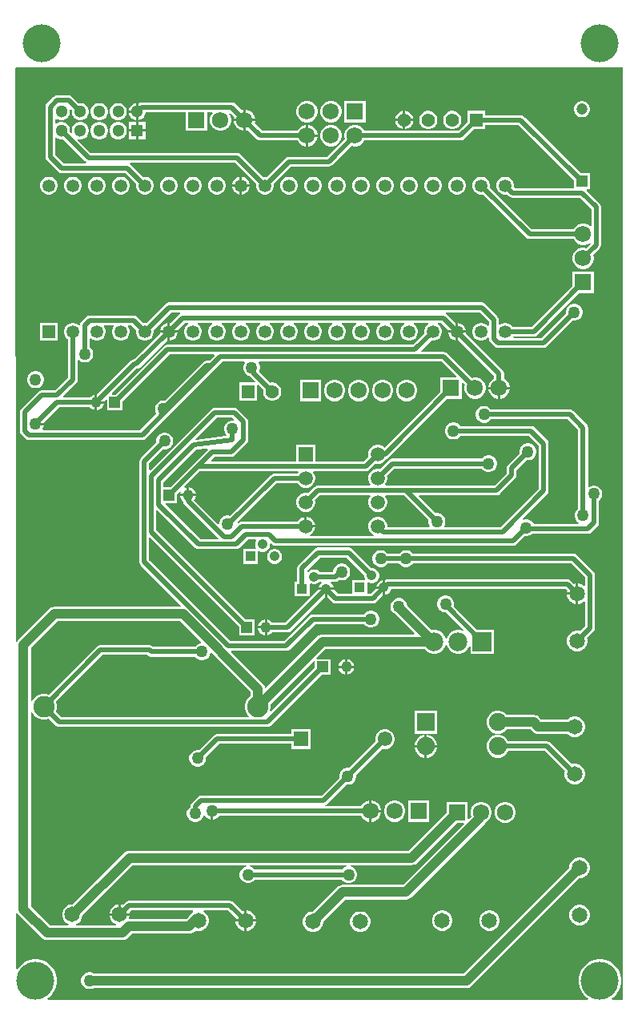
<source format=gbr>
G04*
G04 #@! TF.GenerationSoftware,Altium Limited,Altium Designer,24.4.1 (13)*
G04*
G04 Layer_Physical_Order=2*
G04 Layer_Color=16711680*
%FSLAX25Y25*%
%MOIN*%
G70*
G04*
G04 #@! TF.SameCoordinates,39C6BCEE-BF29-4FBA-B2CC-8500FC1695F3*
G04*
G04*
G04 #@! TF.FilePolarity,Positive*
G04*
G01*
G75*
%ADD33C,0.06102*%
%ADD34R,0.06102X0.06102*%
%ADD35C,0.07835*%
%ADD36R,0.07835X0.07835*%
%ADD41R,0.05118X0.05118*%
%ADD42C,0.05118*%
%ADD44R,0.05315X0.05315*%
%ADD45C,0.05315*%
%ADD49R,0.04724X0.04724*%
%ADD50C,0.04724*%
%ADD57C,0.04000*%
%ADD58C,0.02000*%
%ADD59C,0.06496*%
%ADD60R,0.04134X0.04134*%
%ADD61C,0.04134*%
%ADD62C,0.05000*%
%ADD63C,0.06791*%
%ADD64R,0.06791X0.06791*%
%ADD65C,0.04528*%
%ADD66R,0.04528X0.04528*%
%ADD67C,0.08858*%
%ADD68C,0.07500*%
%ADD69R,0.07500X0.07500*%
%ADD70R,0.05906X0.05906*%
%ADD71C,0.05906*%
%ADD72R,0.06791X0.06791*%
%ADD73R,0.05610X0.05610*%
%ADD74C,0.05610*%
%ADD75R,0.05610X0.05610*%
%ADD76C,0.15748*%
G36*
X512000Y107400D02*
X511700Y107100D01*
X507550D01*
X507398Y107600D01*
X508157Y108107D01*
X509393Y109343D01*
X510364Y110797D01*
X511033Y112412D01*
X511374Y114126D01*
Y115874D01*
X511033Y117588D01*
X510364Y119203D01*
X509393Y120657D01*
X508157Y121893D01*
X506703Y122864D01*
X505089Y123533D01*
X503374Y123874D01*
X501626D01*
X499911Y123533D01*
X498297Y122864D01*
X496843Y121893D01*
X495607Y120657D01*
X494636Y119203D01*
X493967Y117588D01*
X493626Y115874D01*
Y114126D01*
X493967Y112412D01*
X494636Y110797D01*
X495607Y109343D01*
X496843Y108107D01*
X497602Y107600D01*
X497450Y107100D01*
X272550D01*
X272398Y107600D01*
X273157Y108107D01*
X274393Y109343D01*
X275364Y110797D01*
X276033Y112412D01*
X276374Y114126D01*
Y115874D01*
X276033Y117588D01*
X275364Y119203D01*
X274393Y120657D01*
X273157Y121893D01*
X271703Y122864D01*
X270089Y123533D01*
X268374Y123874D01*
X266626D01*
X264912Y123533D01*
X263297Y122864D01*
X261843Y121893D01*
X260607Y120657D01*
X260003Y119753D01*
X259503Y119904D01*
X259472Y142923D01*
X259972Y143067D01*
X260360Y142560D01*
X270060Y132860D01*
X270687Y132379D01*
X271417Y132077D01*
X272200Y131974D01*
X303836D01*
X304619Y132077D01*
X305349Y132379D01*
X305976Y132860D01*
X307589Y134474D01*
X331500D01*
X332283Y134577D01*
X333013Y134880D01*
X333640Y135360D01*
X334184Y135905D01*
X334756Y135752D01*
X335874D01*
X336955Y136041D01*
X337923Y136601D01*
X338714Y137392D01*
X339274Y138360D01*
X339563Y139441D01*
Y140559D01*
X339274Y141640D01*
X338714Y142608D01*
X337923Y143399D01*
X337470Y143661D01*
X337604Y144161D01*
X347640D01*
X350855Y140946D01*
X350752Y140559D01*
Y140500D01*
X354500D01*
Y144248D01*
X354441D01*
X353557Y144011D01*
X349927Y147642D01*
X349265Y148084D01*
X348485Y148239D01*
X306385D01*
X305605Y148084D01*
X304943Y147642D01*
X303840Y146539D01*
X303059Y146748D01*
X303000D01*
Y143000D01*
X306748D01*
Y143059D01*
X306617Y143548D01*
X307230Y144161D01*
X333026D01*
X333160Y143661D01*
X332707Y143399D01*
X331916Y142608D01*
X331357Y141640D01*
X331355Y141634D01*
X330247Y140526D01*
X306843D01*
X306728Y140626D01*
X306503Y141026D01*
X306748Y141941D01*
Y142000D01*
X298252D01*
Y141941D01*
X298541Y140860D01*
X299101Y139892D01*
X299892Y139101D01*
X300860Y138541D01*
X300918Y138526D01*
X300853Y138026D01*
X284462D01*
X284397Y138526D01*
X284455Y138541D01*
X285423Y139101D01*
X286214Y139892D01*
X286773Y140860D01*
X287063Y141941D01*
Y142284D01*
X307799Y163020D01*
X355173D01*
X355239Y162520D01*
X354649Y162362D01*
X353851Y161901D01*
X353199Y161249D01*
X352738Y160451D01*
X352500Y159561D01*
Y158639D01*
X352738Y157749D01*
X353199Y156951D01*
X353851Y156299D01*
X354649Y155839D01*
X355539Y155600D01*
X356461D01*
X357351Y155839D01*
X358149Y156299D01*
X358801Y156951D01*
X358864Y157061D01*
X394982D01*
X395045Y156951D01*
X395697Y156299D01*
X396495Y155839D01*
X397385Y155600D01*
X398307D01*
X399197Y155839D01*
X399995Y156299D01*
X400647Y156951D01*
X401108Y157749D01*
X401346Y158639D01*
Y159561D01*
X401108Y160451D01*
X400647Y161249D01*
X399995Y161901D01*
X399197Y162362D01*
X398607Y162520D01*
X398673Y163020D01*
X424045D01*
X424829Y163123D01*
X425558Y163425D01*
X426185Y163906D01*
X442884Y180604D01*
X445672D01*
X445863Y180142D01*
X420547Y154826D01*
X395300D01*
X395300Y154826D01*
X394517Y154723D01*
X393787Y154420D01*
X393160Y153940D01*
X382969Y143748D01*
X382441D01*
X381360Y143458D01*
X380392Y142899D01*
X379601Y142108D01*
X379042Y141140D01*
X378752Y140059D01*
Y138941D01*
X379042Y137860D01*
X379601Y136892D01*
X380392Y136101D01*
X381360Y135541D01*
X382441Y135252D01*
X383559D01*
X384640Y135541D01*
X385608Y136101D01*
X386399Y136892D01*
X386959Y137860D01*
X387248Y138941D01*
Y139469D01*
X396553Y148774D01*
X421800D01*
X422583Y148877D01*
X423313Y149179D01*
X423940Y149660D01*
X454605Y180326D01*
X454605Y180326D01*
X455086Y180953D01*
X455182Y181184D01*
X455699Y181483D01*
X456517Y182301D01*
X457096Y183303D01*
X457396Y184421D01*
Y185579D01*
X457096Y186697D01*
X456517Y187699D01*
X455699Y188517D01*
X454697Y189096D01*
X453579Y189396D01*
X452421D01*
X451303Y189096D01*
X450301Y188517D01*
X449483Y187699D01*
X448904Y186697D01*
X448604Y185579D01*
Y184421D01*
X448904Y183303D01*
X448948Y183227D01*
X447858Y182137D01*
X447396Y182328D01*
Y189396D01*
X438604D01*
Y184884D01*
X422792Y169071D01*
X306545D01*
X305762Y168968D01*
X305032Y168666D01*
X304406Y168185D01*
X304406Y168185D01*
X282969Y146748D01*
X282256D01*
X281175Y146458D01*
X280207Y145899D01*
X279416Y145108D01*
X278856Y144140D01*
X278567Y143059D01*
Y141941D01*
X278856Y140860D01*
X279416Y139892D01*
X280207Y139101D01*
X281175Y138541D01*
X281233Y138526D01*
X281168Y138026D01*
X273453D01*
X265526Y145953D01*
Y226623D01*
X266026Y226757D01*
X266656Y225666D01*
X267666Y224656D01*
X268904Y223941D01*
X270285Y223571D01*
X271715D01*
X273096Y223941D01*
X273146Y223970D01*
X276058Y221058D01*
X276720Y220616D01*
X277500Y220461D01*
X364000D01*
X364780Y220616D01*
X365442Y221058D01*
X386620Y242236D01*
X390264D01*
Y248764D01*
X384673D01*
X384481Y249226D01*
X388230Y252974D01*
X429572D01*
X430481Y252065D01*
X431602Y251418D01*
X432853Y251083D01*
X434147D01*
X435398Y251418D01*
X436519Y252065D01*
X437435Y252981D01*
X438082Y254102D01*
X438241Y254695D01*
X438759D01*
X438918Y254102D01*
X439565Y252981D01*
X440481Y252065D01*
X441602Y251418D01*
X442853Y251083D01*
X444147D01*
X445398Y251418D01*
X446519Y252065D01*
X447435Y252981D01*
X448082Y254102D01*
X448083Y254104D01*
X448583Y254038D01*
Y251083D01*
X458417D01*
Y260917D01*
X451467D01*
X441603Y270781D01*
X441720Y271219D01*
Y272141D01*
X441481Y273031D01*
X441021Y273829D01*
X440369Y274481D01*
X439571Y274941D01*
X438681Y275180D01*
X437759D01*
X436869Y274941D01*
X436071Y274481D01*
X435419Y273829D01*
X434959Y273031D01*
X434720Y272141D01*
Y271219D01*
X434959Y270329D01*
X435419Y269531D01*
X436071Y268879D01*
X436869Y268419D01*
X437759Y268180D01*
X438436D01*
X445594Y261022D01*
X445525Y260867D01*
X445301Y260608D01*
X444147Y260917D01*
X442853D01*
X441602Y260582D01*
X440481Y259935D01*
X439565Y259019D01*
X438918Y257898D01*
X438759Y257305D01*
X438241D01*
X438082Y257898D01*
X437435Y259019D01*
X436519Y259935D01*
X435398Y260582D01*
X434147Y260917D01*
X432853D01*
X432430Y260804D01*
X422223Y271011D01*
Y271095D01*
X421984Y271985D01*
X421524Y272783D01*
X420872Y273435D01*
X420074Y273896D01*
X419184Y274134D01*
X418262D01*
X417372Y273896D01*
X416574Y273435D01*
X415922Y272783D01*
X415461Y271985D01*
X415223Y271095D01*
Y270174D01*
X415461Y269283D01*
X415922Y268485D01*
X416574Y267834D01*
X417207Y267468D01*
X425187Y259488D01*
X424996Y259026D01*
X386977D01*
X386976Y259026D01*
X386193Y258923D01*
X385464Y258621D01*
X384837Y258140D01*
X384837Y258140D01*
X363426Y236729D01*
X362898Y236908D01*
X362858Y237212D01*
X362555Y237942D01*
X362074Y238569D01*
X348944Y251699D01*
X349136Y252161D01*
X371800D01*
X372580Y252316D01*
X373242Y252758D01*
X383851Y263367D01*
X404230D01*
X404293Y263257D01*
X404945Y262605D01*
X405743Y262144D01*
X406633Y261906D01*
X407555D01*
X408445Y262144D01*
X409243Y262605D01*
X409895Y263257D01*
X410356Y264055D01*
X410594Y264945D01*
Y265867D01*
X410356Y266757D01*
X409895Y267555D01*
X409243Y268207D01*
X408445Y268667D01*
X407555Y268906D01*
X406633D01*
X405743Y268667D01*
X404945Y268207D01*
X404293Y267555D01*
X404230Y267445D01*
X383006D01*
X382225Y267290D01*
X381564Y266848D01*
X370955Y256239D01*
X348665D01*
X314839Y290066D01*
Y299124D01*
X315301Y299315D01*
X352236Y262380D01*
Y258736D01*
X358764D01*
Y265264D01*
X355120D01*
X317839Y302545D01*
Y310524D01*
X318301Y310715D01*
X333958Y295058D01*
X333958Y295058D01*
X334620Y294616D01*
X335400Y294461D01*
X335400Y294461D01*
X350900D01*
X351680Y294616D01*
X352342Y295058D01*
X355845Y298561D01*
X359071D01*
X359360Y298061D01*
X359142Y297684D01*
X358933Y296904D01*
Y296096D01*
X359142Y295316D01*
X359286Y295067D01*
X358997Y294567D01*
X353933D01*
Y288433D01*
X360067D01*
Y293497D01*
X360567Y293786D01*
X360816Y293642D01*
X361596Y293433D01*
X362404D01*
X363184Y293642D01*
X363883Y294046D01*
X364454Y294617D01*
X364858Y295316D01*
X365067Y296096D01*
Y296742D01*
X365535Y296981D01*
X366058Y296458D01*
X366720Y296016D01*
X367500Y295861D01*
X367500Y295861D01*
X466300D01*
X467080Y296016D01*
X467742Y296458D01*
X471217Y299933D01*
X471339Y299900D01*
X472261D01*
X473151Y300138D01*
X473949Y300599D01*
X474311Y300961D01*
X497500D01*
X498280Y301116D01*
X498942Y301558D01*
X501442Y304058D01*
X501884Y304720D01*
X502039Y305500D01*
Y314636D01*
X502149Y314699D01*
X502801Y315351D01*
X503262Y316149D01*
X503500Y317039D01*
Y317961D01*
X503262Y318851D01*
X502801Y319649D01*
X502149Y320301D01*
X501351Y320761D01*
X500461Y321000D01*
X499539D01*
X498649Y320761D01*
X498039Y320409D01*
X497539Y320653D01*
Y345100D01*
X497384Y345880D01*
X496942Y346542D01*
X496942Y346542D01*
X491442Y352042D01*
X490780Y352484D01*
X490000Y352639D01*
X457116D01*
X457053Y352749D01*
X456401Y353401D01*
X455603Y353861D01*
X454713Y354100D01*
X453791D01*
X452901Y353861D01*
X452103Y353401D01*
X451451Y352749D01*
X450990Y351951D01*
X450752Y351061D01*
Y350139D01*
X450990Y349249D01*
X451451Y348451D01*
X452103Y347799D01*
X452901Y347339D01*
X453791Y347100D01*
X454713D01*
X455603Y347339D01*
X456401Y347799D01*
X457053Y348451D01*
X457116Y348561D01*
X489155D01*
X493461Y344255D01*
Y311364D01*
X493351Y311301D01*
X492699Y310649D01*
X492239Y309851D01*
X492000Y308961D01*
Y308039D01*
X492239Y307149D01*
X492699Y306351D01*
X493351Y305699D01*
X493628Y305539D01*
X493494Y305039D01*
X474895D01*
X474601Y305549D01*
X473949Y306201D01*
X473151Y306662D01*
X472261Y306900D01*
X471339D01*
X470590Y306699D01*
X470331Y307148D01*
X480542Y317358D01*
X480984Y318020D01*
X481139Y318800D01*
Y338400D01*
X480984Y339180D01*
X480542Y339842D01*
X475242Y345142D01*
X474580Y345584D01*
X473800Y345739D01*
X444364D01*
X444301Y345849D01*
X443649Y346501D01*
X442851Y346961D01*
X441961Y347200D01*
X441039D01*
X440149Y346961D01*
X439351Y346501D01*
X438699Y345849D01*
X438238Y345051D01*
X438000Y344161D01*
Y343239D01*
X438238Y342349D01*
X438699Y341551D01*
X439351Y340899D01*
X440149Y340439D01*
X441039Y340200D01*
X441961D01*
X442851Y340439D01*
X443649Y340899D01*
X444301Y341551D01*
X444364Y341661D01*
X472955D01*
X477061Y337555D01*
Y319645D01*
X461055Y303639D01*
X437753D01*
X437509Y304139D01*
X437861Y304749D01*
X438100Y305639D01*
Y306561D01*
X437861Y307451D01*
X437401Y308249D01*
X436749Y308901D01*
X435951Y309362D01*
X435061Y309600D01*
X434139D01*
X434017Y309567D01*
X427085Y316499D01*
X427276Y316961D01*
X459400D01*
X460180Y317116D01*
X460842Y317558D01*
X467105Y323821D01*
X467547Y324483D01*
X467702Y325263D01*
Y327318D01*
X471917Y331533D01*
X472039Y331500D01*
X472961D01*
X473851Y331738D01*
X474649Y332199D01*
X475301Y332851D01*
X475762Y333649D01*
X476000Y334539D01*
Y335461D01*
X475762Y336351D01*
X475301Y337149D01*
X474649Y337801D01*
X473851Y338262D01*
X472961Y338500D01*
X472039D01*
X471149Y338262D01*
X470351Y337801D01*
X469699Y337149D01*
X469239Y336351D01*
X469000Y335461D01*
Y334539D01*
X469033Y334417D01*
X464221Y329605D01*
X463779Y328943D01*
X463624Y328163D01*
Y326108D01*
X458555Y321039D01*
X413282D01*
X413091Y321501D01*
X413163Y321573D01*
X413683Y322474D01*
X413953Y323480D01*
Y324520D01*
X413837Y324953D01*
X416945Y328061D01*
X453236D01*
X453299Y327951D01*
X453951Y327299D01*
X454749Y326838D01*
X455639Y326600D01*
X456561D01*
X457451Y326838D01*
X458249Y327299D01*
X458901Y327951D01*
X459362Y328749D01*
X459600Y329639D01*
Y330561D01*
X459362Y331451D01*
X458901Y332249D01*
X458249Y332901D01*
X457451Y333362D01*
X456561Y333600D01*
X455639D01*
X454749Y333362D01*
X453951Y332901D01*
X453299Y332249D01*
X453236Y332139D01*
X416100D01*
X415320Y331984D01*
X414658Y331542D01*
X410953Y327837D01*
X410520Y327953D01*
X409480D01*
X408474Y327683D01*
X407573Y327163D01*
X406837Y326427D01*
X406317Y325526D01*
X406047Y324520D01*
Y323480D01*
X406317Y322474D01*
X406837Y321573D01*
X406909Y321501D01*
X406717Y321039D01*
X385000D01*
X384220Y320884D01*
X383558Y320442D01*
X380953Y317837D01*
X380520Y317953D01*
X379480D01*
X378474Y317683D01*
X377573Y317163D01*
X376837Y316427D01*
X376317Y315526D01*
X376047Y314520D01*
Y313480D01*
X376317Y312474D01*
X376837Y311573D01*
X377573Y310837D01*
X378474Y310317D01*
X379480Y310047D01*
X380520D01*
X381526Y310317D01*
X382427Y310837D01*
X383163Y311573D01*
X383683Y312474D01*
X383953Y313480D01*
Y314520D01*
X383837Y314953D01*
X385845Y316961D01*
X406717D01*
X406909Y316499D01*
X406837Y316427D01*
X406317Y315526D01*
X406047Y314520D01*
Y313480D01*
X406317Y312474D01*
X406837Y311573D01*
X407573Y310837D01*
X408474Y310317D01*
X409480Y310047D01*
X410520D01*
X411526Y310317D01*
X412427Y310837D01*
X413163Y311573D01*
X413683Y312474D01*
X413953Y313480D01*
Y314520D01*
X413683Y315526D01*
X413163Y316427D01*
X413091Y316499D01*
X413282Y316961D01*
X420855D01*
X431133Y306683D01*
X431100Y306561D01*
Y305639D01*
X431339Y304749D01*
X431691Y304139D01*
X431447Y303639D01*
X413953D01*
Y304520D01*
X413683Y305526D01*
X413163Y306427D01*
X412427Y307163D01*
X411526Y307683D01*
X410520Y307953D01*
X409480D01*
X408474Y307683D01*
X407573Y307163D01*
X406837Y306427D01*
X406317Y305526D01*
X406047Y304520D01*
Y303480D01*
X406317Y302474D01*
X406837Y301573D01*
X407573Y300837D01*
X408262Y300439D01*
X408128Y299939D01*
X381872D01*
X381738Y300439D01*
X382427Y300837D01*
X383163Y301573D01*
X383683Y302474D01*
X383953Y303480D01*
Y303500D01*
X380000D01*
Y304000D01*
X379500D01*
Y307953D01*
X379480D01*
X378474Y307683D01*
X377573Y307163D01*
X376837Y306427D01*
X376613Y306039D01*
X353500D01*
X352720Y305884D01*
X352058Y305442D01*
X351912Y305295D01*
X351369Y305460D01*
X351365Y305481D01*
X367845Y321961D01*
X376613D01*
X376837Y321573D01*
X377573Y320837D01*
X378474Y320317D01*
X379480Y320047D01*
X380520D01*
X381526Y320317D01*
X382427Y320837D01*
X383163Y321573D01*
X383683Y322474D01*
X383953Y323480D01*
Y324520D01*
X383683Y325526D01*
X383163Y326427D01*
X383091Y326499D01*
X383282Y326961D01*
X405000D01*
X405780Y327116D01*
X406442Y327558D01*
X409047Y330163D01*
X409480Y330047D01*
X410520D01*
X411526Y330317D01*
X412427Y330837D01*
X413163Y331573D01*
X413437Y332048D01*
X413780Y332116D01*
X414442Y332558D01*
X438988Y357104D01*
X444896D01*
Y363567D01*
X445358Y363759D01*
X446302Y362815D01*
X446104Y362079D01*
Y360921D01*
X446404Y359803D01*
X446983Y358801D01*
X447801Y357983D01*
X448803Y357404D01*
X449921Y357104D01*
X451079D01*
X452197Y357404D01*
X453199Y357983D01*
X454017Y358801D01*
X454596Y359803D01*
X454896Y360921D01*
Y362079D01*
X454596Y363197D01*
X454017Y364199D01*
X453199Y365017D01*
X452197Y365596D01*
X451079Y365896D01*
X449921D01*
X449185Y365699D01*
X438942Y375942D01*
X438280Y376384D01*
X437500Y376539D01*
X428076D01*
X427885Y377001D01*
X432288Y381404D01*
X432518Y381343D01*
X433482D01*
X434412Y381592D01*
X435246Y382073D01*
X435927Y382754D01*
X436408Y383588D01*
X436657Y384519D01*
Y385482D01*
X436408Y386412D01*
X435927Y387246D01*
X435246Y387927D01*
X434840Y388161D01*
X434974Y388661D01*
X436455D01*
X439404Y385712D01*
X439348Y385500D01*
X442500D01*
Y388652D01*
X442288Y388596D01*
X438742Y392142D01*
X438115Y392561D01*
X438110Y392597D01*
X438409Y393061D01*
X452355D01*
X456261Y389155D01*
Y387619D01*
X455761Y387412D01*
X455246Y387927D01*
X454412Y388408D01*
X453481Y388657D01*
X452519D01*
X451588Y388408D01*
X450754Y387927D01*
X450073Y387246D01*
X449592Y386412D01*
X449342Y385482D01*
Y384519D01*
X449592Y383588D01*
X450073Y382754D01*
X450754Y382073D01*
X451588Y381592D01*
X452519Y381343D01*
X453481D01*
X454412Y381592D01*
X455246Y382073D01*
X455761Y382588D01*
X456261Y382381D01*
Y382000D01*
X456416Y381220D01*
X456858Y380558D01*
X458558Y378858D01*
X459220Y378416D01*
X460000Y378261D01*
X479000D01*
X479780Y378416D01*
X480442Y378858D01*
X491217Y389633D01*
X491339Y389600D01*
X492261D01*
X493151Y389839D01*
X493949Y390299D01*
X494601Y390951D01*
X495061Y391749D01*
X495300Y392639D01*
Y393561D01*
X495061Y394451D01*
X494601Y395249D01*
X493949Y395901D01*
X493151Y396361D01*
X492261Y396600D01*
X491339D01*
X490449Y396361D01*
X489651Y395901D01*
X488999Y395249D01*
X488539Y394451D01*
X488300Y393561D01*
Y392639D01*
X488333Y392517D01*
X478155Y382339D01*
X466632D01*
X466375Y382839D01*
X466462Y382961D01*
X475000D01*
X475780Y383116D01*
X476442Y383558D01*
X493988Y401104D01*
X499896D01*
Y409896D01*
X491104D01*
Y403988D01*
X474155Y387039D01*
X466046D01*
X465927Y387246D01*
X465246Y387927D01*
X464412Y388408D01*
X463482Y388657D01*
X462519D01*
X461588Y388408D01*
X460839Y387976D01*
X460339Y388145D01*
Y390000D01*
X460184Y390780D01*
X459742Y391442D01*
X454642Y396542D01*
X453980Y396984D01*
X453200Y397139D01*
X323100D01*
X322320Y396984D01*
X321658Y396542D01*
X313712Y388596D01*
X313481Y388657D01*
X312519D01*
X312288Y388596D01*
X309742Y391142D01*
X309080Y391584D01*
X308300Y391739D01*
X290000D01*
X289220Y391584D01*
X288558Y391142D01*
X286558Y389142D01*
X286116Y388480D01*
X285997Y387882D01*
X285564Y387707D01*
X285464Y387708D01*
X285246Y387927D01*
X284412Y388408D01*
X283482Y388657D01*
X282519D01*
X281588Y388408D01*
X280754Y387927D01*
X280073Y387246D01*
X279592Y386412D01*
X279343Y385482D01*
Y384519D01*
X279592Y383588D01*
X280073Y382754D01*
X280754Y382073D01*
X280961Y381954D01*
Y365845D01*
X275655Y360539D01*
X270000D01*
X269220Y360384D01*
X268558Y359942D01*
X268558Y359942D01*
X261558Y352942D01*
X261116Y352280D01*
X260961Y351500D01*
Y343750D01*
X261116Y342970D01*
X261558Y342308D01*
X263308Y340558D01*
X263970Y340116D01*
X264750Y339961D01*
X311854D01*
X312634Y340116D01*
X313296Y340558D01*
X322821Y350083D01*
X322849Y350099D01*
X323501Y350751D01*
X323517Y350779D01*
X342196Y369458D01*
X345199Y372461D01*
X354347D01*
X354591Y371961D01*
X354239Y371351D01*
X354000Y370461D01*
Y369539D01*
X354239Y368649D01*
X354699Y367851D01*
X355351Y367199D01*
X356149Y366739D01*
X356530Y366636D01*
X356632Y366484D01*
X358849Y364267D01*
X358658Y363805D01*
X352195D01*
Y356195D01*
X359805D01*
Y362658D01*
X360267Y362849D01*
X362284Y360833D01*
X362195Y360501D01*
Y359499D01*
X362454Y358531D01*
X362955Y357664D01*
X363664Y356955D01*
X364531Y356454D01*
X365499Y356195D01*
X366501D01*
X367469Y356454D01*
X368336Y356955D01*
X369045Y357664D01*
X369546Y358531D01*
X369805Y359499D01*
Y360501D01*
X369546Y361469D01*
X369045Y362336D01*
X368336Y363045D01*
X367469Y363546D01*
X366501Y363805D01*
X365499D01*
X365167Y363716D01*
X360569Y368315D01*
X360761Y368649D01*
X361000Y369539D01*
Y370461D01*
X360761Y371351D01*
X360409Y371961D01*
X360653Y372461D01*
X436655D01*
X442759Y366358D01*
X442567Y365896D01*
X436104D01*
Y359988D01*
X412853Y336737D01*
X412427Y337163D01*
X411526Y337683D01*
X410520Y337953D01*
X409480D01*
X408474Y337683D01*
X407573Y337163D01*
X406837Y336427D01*
X406317Y335526D01*
X406047Y334520D01*
Y333480D01*
X406163Y333047D01*
X404155Y331039D01*
X383953D01*
Y337953D01*
X376047D01*
Y331039D01*
X340702D01*
X340511Y331501D01*
X341971Y332961D01*
X349000D01*
X349780Y333116D01*
X350442Y333558D01*
X355442Y338558D01*
X355884Y339220D01*
X356039Y340000D01*
Y347500D01*
X355884Y348280D01*
X355442Y348942D01*
X351642Y352742D01*
X350980Y353184D01*
X350200Y353339D01*
X342100D01*
X342100Y353339D01*
X341320Y353184D01*
X340658Y352742D01*
X315301Y327385D01*
X314839Y327576D01*
Y330155D01*
X320717Y336033D01*
X320839Y336000D01*
X321761D01*
X322651Y336239D01*
X323449Y336699D01*
X324101Y337351D01*
X324562Y338149D01*
X324800Y339039D01*
Y339961D01*
X324562Y340851D01*
X324101Y341649D01*
X323449Y342301D01*
X322651Y342761D01*
X321761Y343000D01*
X320839D01*
X319949Y342761D01*
X319151Y342301D01*
X318499Y341649D01*
X318039Y340851D01*
X317800Y339961D01*
Y339039D01*
X317833Y338917D01*
X311358Y332442D01*
X310916Y331780D01*
X310761Y331000D01*
Y289221D01*
X310916Y288440D01*
X311358Y287779D01*
X328149Y270988D01*
X327958Y270526D01*
X275300D01*
X274517Y270423D01*
X273787Y270121D01*
X273160Y269640D01*
X273160Y269640D01*
X260360Y256840D01*
X259879Y256213D01*
X259791Y255999D01*
X259320Y256169D01*
X259000Y494646D01*
X259354Y495000D01*
X512000D01*
Y107400D01*
D02*
G37*
G36*
X327890Y392597D02*
X327885Y392561D01*
X327258Y392142D01*
X323712Y388596D01*
X323500Y388652D01*
Y385500D01*
X326653D01*
X326596Y385712D01*
X329545Y388661D01*
X331026D01*
X331160Y388161D01*
X330754Y387927D01*
X330073Y387246D01*
X329592Y386412D01*
X329343Y385482D01*
Y384519D01*
X329592Y383588D01*
X330073Y382754D01*
X330754Y382073D01*
X331588Y381592D01*
X332519Y381343D01*
X333482D01*
X334412Y381592D01*
X335246Y382073D01*
X335927Y382754D01*
X336408Y383588D01*
X336658Y384519D01*
Y385482D01*
X336408Y386412D01*
X335927Y387246D01*
X335246Y387927D01*
X334840Y388161D01*
X334974Y388661D01*
X341026D01*
X341160Y388161D01*
X340754Y387927D01*
X340073Y387246D01*
X339592Y386412D01*
X339342Y385482D01*
Y384519D01*
X339592Y383588D01*
X340073Y382754D01*
X340754Y382073D01*
X341588Y381592D01*
X342518Y381343D01*
X343481D01*
X344412Y381592D01*
X345246Y382073D01*
X345927Y382754D01*
X346408Y383588D01*
X346657Y384519D01*
Y385482D01*
X346408Y386412D01*
X345927Y387246D01*
X345246Y387927D01*
X344840Y388161D01*
X344974Y388661D01*
X351026D01*
X351160Y388161D01*
X350754Y387927D01*
X350073Y387246D01*
X349592Y386412D01*
X349342Y385482D01*
Y384519D01*
X349592Y383588D01*
X350073Y382754D01*
X350754Y382073D01*
X351588Y381592D01*
X352519Y381343D01*
X353482D01*
X354412Y381592D01*
X355246Y382073D01*
X355927Y382754D01*
X356408Y383588D01*
X356658Y384519D01*
Y385482D01*
X356408Y386412D01*
X355927Y387246D01*
X355246Y387927D01*
X354840Y388161D01*
X354974Y388661D01*
X361026D01*
X361160Y388161D01*
X360754Y387927D01*
X360073Y387246D01*
X359592Y386412D01*
X359343Y385482D01*
Y384519D01*
X359592Y383588D01*
X360073Y382754D01*
X360754Y382073D01*
X361588Y381592D01*
X362519Y381343D01*
X363481D01*
X364412Y381592D01*
X365246Y382073D01*
X365927Y382754D01*
X366408Y383588D01*
X366657Y384519D01*
Y385482D01*
X366408Y386412D01*
X365927Y387246D01*
X365246Y387927D01*
X364840Y388161D01*
X364974Y388661D01*
X371026D01*
X371160Y388161D01*
X370754Y387927D01*
X370073Y387246D01*
X369592Y386412D01*
X369342Y385482D01*
Y384519D01*
X369592Y383588D01*
X370073Y382754D01*
X370754Y382073D01*
X371588Y381592D01*
X372518Y381343D01*
X373481D01*
X374412Y381592D01*
X375246Y382073D01*
X375927Y382754D01*
X376408Y383588D01*
X376658Y384519D01*
Y385482D01*
X376408Y386412D01*
X375927Y387246D01*
X375246Y387927D01*
X374840Y388161D01*
X374974Y388661D01*
X381026D01*
X381160Y388161D01*
X380754Y387927D01*
X380073Y387246D01*
X379592Y386412D01*
X379343Y385482D01*
Y384519D01*
X379592Y383588D01*
X380073Y382754D01*
X380754Y382073D01*
X381588Y381592D01*
X382519Y381343D01*
X383482D01*
X384412Y381592D01*
X385246Y382073D01*
X385927Y382754D01*
X386408Y383588D01*
X386658Y384519D01*
Y385482D01*
X386408Y386412D01*
X385927Y387246D01*
X385246Y387927D01*
X384840Y388161D01*
X384974Y388661D01*
X391026D01*
X391160Y388161D01*
X390754Y387927D01*
X390073Y387246D01*
X389592Y386412D01*
X389342Y385482D01*
Y384519D01*
X389592Y383588D01*
X390073Y382754D01*
X390754Y382073D01*
X391588Y381592D01*
X392518Y381343D01*
X393481D01*
X394412Y381592D01*
X395246Y382073D01*
X395927Y382754D01*
X396408Y383588D01*
X396657Y384519D01*
Y385482D01*
X396408Y386412D01*
X395927Y387246D01*
X395246Y387927D01*
X394840Y388161D01*
X394974Y388661D01*
X401026D01*
X401160Y388161D01*
X400754Y387927D01*
X400073Y387246D01*
X399592Y386412D01*
X399342Y385482D01*
Y384519D01*
X399592Y383588D01*
X400073Y382754D01*
X400754Y382073D01*
X401588Y381592D01*
X402519Y381343D01*
X403481D01*
X404412Y381592D01*
X405246Y382073D01*
X405927Y382754D01*
X406408Y383588D01*
X406658Y384519D01*
Y385482D01*
X406408Y386412D01*
X405927Y387246D01*
X405246Y387927D01*
X404840Y388161D01*
X404974Y388661D01*
X411026D01*
X411160Y388161D01*
X410754Y387927D01*
X410073Y387246D01*
X409592Y386412D01*
X409342Y385482D01*
Y384519D01*
X409592Y383588D01*
X410073Y382754D01*
X410754Y382073D01*
X411588Y381592D01*
X412519Y381343D01*
X413482D01*
X414412Y381592D01*
X415246Y382073D01*
X415927Y382754D01*
X416408Y383588D01*
X416657Y384519D01*
Y385482D01*
X416408Y386412D01*
X415927Y387246D01*
X415246Y387927D01*
X414840Y388161D01*
X414974Y388661D01*
X421026D01*
X421160Y388161D01*
X420754Y387927D01*
X420073Y387246D01*
X419592Y386412D01*
X419343Y385482D01*
Y384519D01*
X419592Y383588D01*
X420073Y382754D01*
X420754Y382073D01*
X421588Y381592D01*
X422518Y381343D01*
X423482D01*
X424412Y381592D01*
X425246Y382073D01*
X425927Y382754D01*
X426408Y383588D01*
X426657Y384519D01*
Y385482D01*
X426408Y386412D01*
X425927Y387246D01*
X425246Y387927D01*
X424840Y388161D01*
X424974Y388661D01*
X431026D01*
X431160Y388161D01*
X430754Y387927D01*
X430073Y387246D01*
X429592Y386412D01*
X429343Y385482D01*
Y384519D01*
X429404Y384288D01*
X424655Y379539D01*
X322500D01*
X321720Y379384D01*
X321058Y378942D01*
X300880Y358764D01*
X299427D01*
X299236Y359226D01*
X309471Y369461D01*
X309500D01*
X310280Y369616D01*
X310942Y370058D01*
X322288Y381404D01*
X322500Y381347D01*
Y384500D01*
X319348D01*
X319404Y384288D01*
X308655Y373539D01*
X308626D01*
X307846Y373384D01*
X307184Y372942D01*
X293126Y358884D01*
Y356000D01*
X296010D01*
X296774Y356764D01*
X297236Y356573D01*
Y352236D01*
X303764D01*
Y355880D01*
X323345Y375461D01*
X341778D01*
X341969Y374999D01*
X339909Y372939D01*
X338700D01*
X337920Y372784D01*
X337258Y372342D01*
X321283Y356367D01*
X321161Y356400D01*
X320239D01*
X319349Y356161D01*
X318551Y355701D01*
X317899Y355049D01*
X317439Y354251D01*
X317200Y353361D01*
Y352439D01*
X317439Y351549D01*
X317834Y350864D01*
X311009Y344039D01*
X270653D01*
X270409Y344539D01*
X270761Y345149D01*
X270989Y346000D01*
X267500D01*
Y347000D01*
X270989D01*
X270967Y347083D01*
X277345Y353461D01*
X290050D01*
X290622Y352888D01*
X291366Y352459D01*
X292126Y352255D01*
Y355500D01*
Y358745D01*
X291366Y358541D01*
X290622Y358112D01*
X290050Y357539D01*
X279076D01*
X278885Y358001D01*
X284442Y363558D01*
X284884Y364220D01*
X285039Y365000D01*
Y373004D01*
X285539Y373211D01*
X285851Y372899D01*
X286649Y372439D01*
X287539Y372200D01*
X288461D01*
X289351Y372439D01*
X290149Y372899D01*
X290801Y373551D01*
X291262Y374349D01*
X291500Y375239D01*
Y376161D01*
X291262Y377051D01*
X290801Y377849D01*
X290149Y378501D01*
X290039Y378564D01*
Y382081D01*
X290539Y382288D01*
X290754Y382073D01*
X291588Y381592D01*
X292518Y381343D01*
X293481D01*
X294412Y381592D01*
X295246Y382073D01*
X295927Y382754D01*
X296408Y383588D01*
X296657Y384519D01*
Y385482D01*
X296408Y386412D01*
X295976Y387161D01*
X296145Y387661D01*
X299855D01*
X300024Y387161D01*
X299592Y386412D01*
X299342Y385482D01*
Y384519D01*
X299592Y383588D01*
X300073Y382754D01*
X300754Y382073D01*
X301588Y381592D01*
X302519Y381343D01*
X303482D01*
X304412Y381592D01*
X305246Y382073D01*
X305927Y382754D01*
X306408Y383588D01*
X306658Y384519D01*
Y385482D01*
X306408Y386412D01*
X305976Y387161D01*
X306145Y387661D01*
X307455D01*
X309404Y385712D01*
X309343Y385482D01*
Y384519D01*
X309592Y383588D01*
X310073Y382754D01*
X310754Y382073D01*
X311588Y381592D01*
X312519Y381343D01*
X313481D01*
X314412Y381592D01*
X315246Y382073D01*
X315927Y382754D01*
X316408Y383588D01*
X316657Y384519D01*
Y385482D01*
X316596Y385712D01*
X323945Y393061D01*
X327591D01*
X327890Y392597D01*
D02*
G37*
G36*
X350149Y348467D02*
X350012Y348126D01*
X349909Y348000D01*
X349039D01*
X348149Y347762D01*
X347351Y347301D01*
X346699Y346649D01*
X346238Y345851D01*
X346000Y344961D01*
Y344039D01*
X346238Y343149D01*
X346699Y342351D01*
X347002Y342048D01*
X346821Y341522D01*
X334322Y339969D01*
X334103Y340419D01*
X342945Y349261D01*
X349355D01*
X350149Y348467D01*
D02*
G37*
G36*
X339205Y335962D02*
X333684Y330442D01*
X323506Y320264D01*
X320839D01*
Y322355D01*
X334347Y335863D01*
X338972Y336437D01*
X339205Y335962D01*
D02*
G37*
G36*
X376909Y326499D02*
X376837Y326427D01*
X376613Y326039D01*
X367000D01*
X366220Y325884D01*
X365558Y325442D01*
X365558Y325442D01*
X348478Y308362D01*
X347961Y308500D01*
X347039D01*
X346149Y308261D01*
X345351Y307801D01*
X344699Y307149D01*
X344238Y306351D01*
X344000Y305461D01*
Y305091D01*
X343500Y304884D01*
X333500Y314884D01*
X333612Y314996D01*
X334041Y315740D01*
X334245Y316500D01*
X327755D01*
X327959Y315740D01*
X328388Y314996D01*
X328980Y314405D01*
X329116Y313720D01*
X329558Y313058D01*
X343615Y299001D01*
X343424Y298539D01*
X336245D01*
X321510Y313274D01*
X321701Y313736D01*
X326390D01*
Y317380D01*
X327534Y318524D01*
X327959Y318260D01*
X327755Y317500D01*
X330500D01*
Y320245D01*
X329740Y320041D01*
X329476Y320466D01*
X335971Y326961D01*
X376717D01*
X376909Y326499D01*
D02*
G37*
G36*
X336325Y255760D02*
X336137Y255241D01*
X335442Y255054D01*
X334644Y254594D01*
X333992Y253942D01*
X333929Y253832D01*
X316439D01*
X316329Y253942D01*
X315667Y254384D01*
X314887Y254539D01*
X294500D01*
X293720Y254384D01*
X293058Y253942D01*
X273146Y234030D01*
X273096Y234059D01*
X271715Y234429D01*
X270285D01*
X268904Y234059D01*
X267666Y233344D01*
X266656Y232334D01*
X266026Y231243D01*
X265526Y231377D01*
Y253447D01*
X276553Y264474D01*
X327611D01*
X336325Y255760D01*
D02*
G37*
G36*
X356909Y235176D02*
Y233498D01*
X356643Y233344D01*
X355632Y232334D01*
X354917Y231096D01*
X354547Y229715D01*
Y228285D01*
X354917Y226904D01*
X355632Y225666D01*
X356259Y225039D01*
X356052Y224539D01*
X278345D01*
X276030Y226854D01*
X276059Y226904D01*
X276429Y228285D01*
Y229715D01*
X276059Y231096D01*
X276030Y231146D01*
X295345Y250461D01*
X314042D01*
X314152Y250351D01*
X314152Y250351D01*
X314814Y249909D01*
X315594Y249754D01*
X333929D01*
X333992Y249644D01*
X334644Y248992D01*
X335442Y248531D01*
X336332Y248293D01*
X337254D01*
X338144Y248531D01*
X338942Y248992D01*
X339594Y249644D01*
X340054Y250442D01*
X340241Y251137D01*
X340760Y251325D01*
X356909Y235176D01*
D02*
G37*
G36*
X383736Y247827D02*
Y245120D01*
X365565Y226949D01*
X365117Y227208D01*
X365406Y228285D01*
Y229715D01*
X365314Y230058D01*
X383274Y248019D01*
X383736Y247827D01*
D02*
G37*
G36*
X397085Y162520D02*
X396495Y162362D01*
X395697Y161901D01*
X395045Y161249D01*
X394982Y161139D01*
X358864D01*
X358801Y161249D01*
X358149Y161901D01*
X357351Y162362D01*
X356761Y162520D01*
X356827Y163020D01*
X397019D01*
X397085Y162520D01*
D02*
G37*
%LPC*%
G36*
X311648Y480439D02*
X310868Y480284D01*
X310441Y479999D01*
X310248Y480051D01*
Y476500D01*
Y472949D01*
X311122Y473183D01*
X311933Y473652D01*
X312596Y474315D01*
X313065Y475126D01*
X313307Y476031D01*
Y476361D01*
X330104D01*
Y468604D01*
X338896D01*
Y476361D01*
X340991D01*
X341182Y475899D01*
X340983Y475699D01*
X340404Y474697D01*
X340104Y473579D01*
Y472421D01*
X340404Y471303D01*
X340983Y470301D01*
X341801Y469483D01*
X342803Y468904D01*
X343921Y468604D01*
X345079D01*
X346197Y468904D01*
X347199Y469483D01*
X348017Y470301D01*
X348596Y471303D01*
X348896Y472421D01*
Y473579D01*
X348596Y474697D01*
X348085Y475582D01*
X348193Y475965D01*
X348299Y476125D01*
X348464Y476152D01*
X350302Y474315D01*
X350104Y473579D01*
Y473500D01*
X354000D01*
Y477396D01*
X353921D01*
X353185Y477199D01*
X350542Y479842D01*
X349880Y480284D01*
X349100Y480439D01*
X311648D01*
X311648Y480439D01*
D02*
G37*
G36*
X309248Y480051D02*
X308374Y479816D01*
X307563Y479348D01*
X306900Y478685D01*
X306432Y477874D01*
X306197Y477000D01*
X309248D01*
Y480051D01*
D02*
G37*
G36*
X495443Y480874D02*
X494557D01*
X493702Y480645D01*
X492936Y480202D01*
X492310Y479576D01*
X491867Y478810D01*
X491638Y477954D01*
Y477069D01*
X491867Y476214D01*
X492310Y475447D01*
X492936Y474821D01*
X493702Y474379D01*
X494557Y474150D01*
X495443D01*
X496298Y474379D01*
X497064Y474821D01*
X497690Y475447D01*
X498133Y476214D01*
X498362Y477069D01*
Y477954D01*
X498133Y478810D01*
X497690Y479576D01*
X497064Y480202D01*
X496298Y480645D01*
X495443Y480874D01*
D02*
G37*
G36*
X421501Y476805D02*
X421500D01*
Y473500D01*
X424805D01*
Y473501D01*
X424546Y474469D01*
X424045Y475336D01*
X423336Y476045D01*
X422469Y476546D01*
X421501Y476805D01*
D02*
G37*
G36*
X355079Y477396D02*
X355000D01*
Y473500D01*
X358896D01*
Y473579D01*
X358596Y474697D01*
X358017Y475699D01*
X357199Y476517D01*
X356197Y477096D01*
X355079Y477396D01*
D02*
G37*
G36*
X420500Y476805D02*
X420499D01*
X419531Y476546D01*
X418664Y476045D01*
X417955Y475336D01*
X417454Y474469D01*
X417195Y473501D01*
Y473500D01*
X420500D01*
Y476805D01*
D02*
G37*
G36*
X309248Y476000D02*
X306197D01*
X306432Y475126D01*
X306900Y474315D01*
X307563Y473652D01*
X308374Y473183D01*
X309248Y472949D01*
Y476000D01*
D02*
G37*
G36*
X302343Y480059D02*
X301405D01*
X300500Y479816D01*
X299689Y479348D01*
X299026Y478685D01*
X298557Y477874D01*
X298315Y476969D01*
Y476031D01*
X298557Y475126D01*
X299026Y474315D01*
X299689Y473652D01*
X300500Y473183D01*
X301405Y472941D01*
X302343D01*
X303248Y473183D01*
X304059Y473652D01*
X304722Y474315D01*
X305190Y475126D01*
X305433Y476031D01*
Y476969D01*
X305190Y477874D01*
X304722Y478685D01*
X304059Y479348D01*
X303248Y479816D01*
X302343Y480059D01*
D02*
G37*
G36*
X294469D02*
X293531D01*
X292626Y479816D01*
X291815Y479348D01*
X291152Y478685D01*
X290684Y477874D01*
X290441Y476969D01*
Y476031D01*
X290684Y475126D01*
X291152Y474315D01*
X291815Y473652D01*
X292626Y473183D01*
X293531Y472941D01*
X294469D01*
X295374Y473183D01*
X296185Y473652D01*
X296848Y474315D01*
X297317Y475126D01*
X297559Y476031D01*
Y476969D01*
X297317Y477874D01*
X296848Y478685D01*
X296185Y479348D01*
X295374Y479816D01*
X294469Y480059D01*
D02*
G37*
G36*
X281376Y483289D02*
X276476D01*
X275696Y483134D01*
X275034Y482692D01*
X272158Y479816D01*
X271716Y479154D01*
X271561Y478374D01*
Y457700D01*
X271716Y456920D01*
X272158Y456258D01*
X276858Y451558D01*
X277520Y451116D01*
X278300Y450961D01*
X304905D01*
X309404Y446462D01*
X309343Y446232D01*
Y445268D01*
X309592Y444338D01*
X310073Y443504D01*
X310754Y442823D01*
X311588Y442342D01*
X312519Y442093D01*
X313481D01*
X314412Y442342D01*
X315246Y442823D01*
X315927Y443504D01*
X316408Y444338D01*
X316657Y445268D01*
Y446232D01*
X316408Y447162D01*
X315927Y447996D01*
X315246Y448677D01*
X314412Y449158D01*
X313481Y449407D01*
X312519D01*
X312288Y449346D01*
X307192Y454442D01*
X306715Y454761D01*
X306866Y455261D01*
X350605D01*
X359404Y446462D01*
X359343Y446232D01*
Y445268D01*
X359592Y444338D01*
X360073Y443504D01*
X360754Y442823D01*
X361588Y442342D01*
X362519Y442093D01*
X363481D01*
X364412Y442342D01*
X365246Y442823D01*
X365927Y443504D01*
X366408Y444338D01*
X366657Y445268D01*
Y446232D01*
X366596Y446462D01*
X373795Y453661D01*
X389700D01*
X390480Y453816D01*
X391142Y454258D01*
X399185Y462301D01*
X399921Y462104D01*
X401079D01*
X402197Y462404D01*
X403199Y462983D01*
X404017Y463801D01*
X404398Y464461D01*
X444500D01*
X445280Y464616D01*
X445942Y465058D01*
X450079Y469195D01*
X454805D01*
Y470961D01*
X468644D01*
X491638Y447967D01*
Y444739D01*
X466949D01*
X466619Y445125D01*
X466657Y445268D01*
Y446232D01*
X466408Y447162D01*
X465927Y447996D01*
X465246Y448677D01*
X464412Y449158D01*
X463482Y449407D01*
X462519D01*
X461588Y449158D01*
X460754Y448677D01*
X460073Y447996D01*
X459592Y447162D01*
X459342Y446232D01*
Y445268D01*
X459592Y444338D01*
X460073Y443504D01*
X460754Y442823D01*
X461588Y442342D01*
X462519Y442093D01*
X463482D01*
X463712Y442154D01*
X464608Y441258D01*
X465270Y440816D01*
X466050Y440661D01*
X494155D01*
X498861Y435955D01*
Y429009D01*
X498399Y428818D01*
X498199Y429017D01*
X497197Y429596D01*
X496079Y429896D01*
X494921D01*
X493803Y429596D01*
X492801Y429017D01*
X491983Y428199D01*
X491602Y427539D01*
X474095D01*
X456596Y445038D01*
X456658Y445268D01*
Y446232D01*
X456408Y447162D01*
X455927Y447996D01*
X455246Y448677D01*
X454412Y449158D01*
X453481Y449407D01*
X452519D01*
X451588Y449158D01*
X450754Y448677D01*
X450073Y447996D01*
X449592Y447162D01*
X449342Y446232D01*
Y445268D01*
X449592Y444338D01*
X450073Y443504D01*
X450754Y442823D01*
X451588Y442342D01*
X452519Y442093D01*
X453481D01*
X453712Y442154D01*
X471808Y424058D01*
X471808Y424058D01*
X472470Y423616D01*
X473250Y423461D01*
X491602D01*
X491983Y422801D01*
X492801Y421983D01*
X493803Y421404D01*
X494921Y421104D01*
X496079D01*
X497197Y421404D01*
X498082Y421915D01*
X498465Y421807D01*
X498625Y421701D01*
X498652Y421536D01*
X496815Y419698D01*
X496079Y419896D01*
X494921D01*
X493803Y419596D01*
X492801Y419017D01*
X491983Y418199D01*
X491404Y417197D01*
X491104Y416079D01*
Y414921D01*
X491404Y413803D01*
X491983Y412801D01*
X492801Y411983D01*
X493803Y411404D01*
X494921Y411104D01*
X496079D01*
X497197Y411404D01*
X498199Y411983D01*
X499017Y412801D01*
X499596Y413803D01*
X499896Y414921D01*
Y416079D01*
X499698Y416815D01*
X502342Y419458D01*
X502784Y420120D01*
X502939Y420900D01*
Y436800D01*
X502784Y437580D01*
X502342Y438242D01*
X496920Y443664D01*
X497111Y444126D01*
X498362D01*
Y450850D01*
X494522D01*
X470930Y474442D01*
X470269Y474884D01*
X469488Y475039D01*
X454805D01*
Y476805D01*
X447195D01*
Y472079D01*
X443655Y468539D01*
X404398D01*
X404017Y469199D01*
X403199Y470017D01*
X402197Y470596D01*
X401079Y470896D01*
X399921D01*
X398803Y470596D01*
X397801Y470017D01*
X396983Y469199D01*
X396404Y468197D01*
X396104Y467079D01*
Y465921D01*
X396302Y465185D01*
X388855Y457739D01*
X372950D01*
X372170Y457584D01*
X371508Y457142D01*
X371508Y457142D01*
X363712Y449346D01*
X363481Y449407D01*
X362519D01*
X362288Y449346D01*
X352892Y458742D01*
X352230Y459184D01*
X351450Y459339D01*
X290423D01*
X285050Y464712D01*
X285309Y465161D01*
X285657Y465067D01*
X286595D01*
X287500Y465309D01*
X288311Y465778D01*
X288974Y466441D01*
X289442Y467252D01*
X289685Y468157D01*
Y469095D01*
X289442Y470000D01*
X288974Y470811D01*
X288311Y471474D01*
X287500Y471943D01*
X286595Y472185D01*
X285657D01*
X284752Y471943D01*
X283941Y471474D01*
X283278Y470811D01*
X282809Y470000D01*
X282567Y469095D01*
Y468157D01*
X282660Y467808D01*
X282212Y467550D01*
X281767Y467994D01*
X281811Y468157D01*
Y469095D01*
X281569Y470000D01*
X281100Y470811D01*
X280437Y471474D01*
X279626Y471943D01*
X278721Y472185D01*
X277783D01*
X276878Y471943D01*
X276139Y471516D01*
X275639Y471676D01*
Y473450D01*
X276139Y473610D01*
X276878Y473183D01*
X277783Y472941D01*
X278721D01*
X279626Y473183D01*
X280437Y473652D01*
X281100Y474315D01*
X281569Y475126D01*
X281811Y476031D01*
Y476969D01*
X281717Y477317D01*
X282166Y477576D01*
X282611Y477132D01*
X282567Y476969D01*
Y476031D01*
X282809Y475126D01*
X283278Y474315D01*
X283941Y473652D01*
X284752Y473183D01*
X285657Y472941D01*
X286595D01*
X287500Y473183D01*
X288311Y473652D01*
X288974Y474315D01*
X289442Y475126D01*
X289685Y476031D01*
Y476969D01*
X289442Y477874D01*
X288974Y478685D01*
X288311Y479348D01*
X287500Y479816D01*
X286595Y480059D01*
X285657D01*
X285494Y480015D01*
X282818Y482692D01*
X282156Y483134D01*
X281376Y483289D01*
D02*
G37*
G36*
X404896Y480896D02*
X396104D01*
Y472104D01*
X404896D01*
Y480896D01*
D02*
G37*
G36*
X391079D02*
X389921D01*
X388803Y480596D01*
X387801Y480017D01*
X386983Y479199D01*
X386404Y478197D01*
X386104Y477079D01*
Y475921D01*
X386404Y474803D01*
X386983Y473801D01*
X387801Y472983D01*
X388803Y472404D01*
X389921Y472104D01*
X391079D01*
X392197Y472404D01*
X393199Y472983D01*
X394017Y473801D01*
X394596Y474803D01*
X394896Y475921D01*
Y477079D01*
X394596Y478197D01*
X394017Y479199D01*
X393199Y480017D01*
X392197Y480596D01*
X391079Y480896D01*
D02*
G37*
G36*
X381079D02*
X379921D01*
X378803Y480596D01*
X377801Y480017D01*
X376983Y479199D01*
X376404Y478197D01*
X376104Y477079D01*
Y475921D01*
X376404Y474803D01*
X376983Y473801D01*
X377801Y472983D01*
X378803Y472404D01*
X379921Y472104D01*
X381079D01*
X382197Y472404D01*
X383199Y472983D01*
X384017Y473801D01*
X384596Y474803D01*
X384896Y475921D01*
Y477079D01*
X384596Y478197D01*
X384017Y479199D01*
X383199Y480017D01*
X382197Y480596D01*
X381079Y480896D01*
D02*
G37*
G36*
X441501Y476805D02*
X440499D01*
X439531Y476546D01*
X438664Y476045D01*
X437955Y475336D01*
X437454Y474469D01*
X437195Y473501D01*
Y472499D01*
X437454Y471531D01*
X437955Y470664D01*
X438664Y469955D01*
X439531Y469454D01*
X440499Y469195D01*
X441501D01*
X442469Y469454D01*
X443336Y469955D01*
X444045Y470664D01*
X444546Y471531D01*
X444805Y472499D01*
Y473501D01*
X444546Y474469D01*
X444045Y475336D01*
X443336Y476045D01*
X442469Y476546D01*
X441501Y476805D01*
D02*
G37*
G36*
X431501D02*
X430499D01*
X429531Y476546D01*
X428664Y476045D01*
X427955Y475336D01*
X427454Y474469D01*
X427195Y473501D01*
Y472499D01*
X427454Y471531D01*
X427955Y470664D01*
X428664Y469955D01*
X429531Y469454D01*
X430499Y469195D01*
X431501D01*
X432469Y469454D01*
X433336Y469955D01*
X434045Y470664D01*
X434546Y471531D01*
X434805Y472499D01*
Y473501D01*
X434546Y474469D01*
X434045Y475336D01*
X433336Y476045D01*
X432469Y476546D01*
X431501Y476805D01*
D02*
G37*
G36*
X424805Y472500D02*
X421500D01*
Y469195D01*
X421501D01*
X422469Y469454D01*
X423336Y469955D01*
X424045Y470664D01*
X424546Y471531D01*
X424805Y472499D01*
Y472500D01*
D02*
G37*
G36*
X420500D02*
X417195D01*
Y472499D01*
X417454Y471531D01*
X417955Y470664D01*
X418664Y469955D01*
X419531Y469454D01*
X420499Y469195D01*
X420500D01*
Y472500D01*
D02*
G37*
G36*
X313307Y472185D02*
X310248D01*
Y469126D01*
X313307D01*
Y472185D01*
D02*
G37*
G36*
X309248D02*
X306189D01*
Y469126D01*
X309248D01*
Y472185D01*
D02*
G37*
G36*
X354000Y472500D02*
X350104D01*
Y472421D01*
X350404Y471303D01*
X350983Y470301D01*
X351801Y469483D01*
X352803Y468904D01*
X353921Y468604D01*
X354000D01*
Y472500D01*
D02*
G37*
G36*
X381079Y470896D02*
X381000D01*
Y467000D01*
X384896D01*
Y467079D01*
X384596Y468197D01*
X384017Y469199D01*
X383199Y470017D01*
X382197Y470596D01*
X381079Y470896D01*
D02*
G37*
G36*
X313307Y468126D02*
X310248D01*
Y465067D01*
X313307D01*
Y468126D01*
D02*
G37*
G36*
X309248D02*
X306189D01*
Y465067D01*
X309248D01*
Y468126D01*
D02*
G37*
G36*
X302343Y472185D02*
X301405D01*
X300500Y471943D01*
X299689Y471474D01*
X299026Y470811D01*
X298557Y470000D01*
X298315Y469095D01*
Y468157D01*
X298557Y467252D01*
X299026Y466441D01*
X299689Y465778D01*
X300500Y465309D01*
X301405Y465067D01*
X302343D01*
X303248Y465309D01*
X304059Y465778D01*
X304722Y466441D01*
X305190Y467252D01*
X305433Y468157D01*
Y469095D01*
X305190Y470000D01*
X304722Y470811D01*
X304059Y471474D01*
X303248Y471943D01*
X302343Y472185D01*
D02*
G37*
G36*
X294469D02*
X293531D01*
X292626Y471943D01*
X291815Y471474D01*
X291152Y470811D01*
X290684Y470000D01*
X290441Y469095D01*
Y468157D01*
X290684Y467252D01*
X291152Y466441D01*
X291815Y465778D01*
X292626Y465309D01*
X293531Y465067D01*
X294469D01*
X295374Y465309D01*
X296185Y465778D01*
X296848Y466441D01*
X297317Y467252D01*
X297559Y468157D01*
Y469095D01*
X297317Y470000D01*
X296848Y470811D01*
X296185Y471474D01*
X295374Y471943D01*
X294469Y472185D01*
D02*
G37*
G36*
X391079Y470896D02*
X389921D01*
X388803Y470596D01*
X387801Y470017D01*
X386983Y469199D01*
X386404Y468197D01*
X386104Y467079D01*
Y465921D01*
X386404Y464803D01*
X386983Y463801D01*
X387801Y462983D01*
X388803Y462404D01*
X389921Y462104D01*
X391079D01*
X392197Y462404D01*
X393199Y462983D01*
X394017Y463801D01*
X394596Y464803D01*
X394896Y465921D01*
Y467079D01*
X394596Y468197D01*
X394017Y469199D01*
X393199Y470017D01*
X392197Y470596D01*
X391079Y470896D01*
D02*
G37*
G36*
X384896Y466000D02*
X381000D01*
Y462104D01*
X381079D01*
X382197Y462404D01*
X383199Y462983D01*
X384017Y463801D01*
X384596Y464803D01*
X384896Y465921D01*
Y466000D01*
D02*
G37*
G36*
X358896Y472500D02*
X355000D01*
Y468604D01*
X355079D01*
X355815Y468801D01*
X359558Y465058D01*
X360220Y464616D01*
X361000Y464461D01*
X376602D01*
X376983Y463801D01*
X377801Y462983D01*
X378803Y462404D01*
X379921Y462104D01*
X380000D01*
Y466500D01*
Y470896D01*
X379921D01*
X378803Y470596D01*
X377801Y470017D01*
X376983Y469199D01*
X376602Y468539D01*
X361845D01*
X358699Y471685D01*
X358896Y472421D01*
Y472500D01*
D02*
G37*
G36*
X353500Y449403D02*
Y446250D01*
X356652D01*
X356408Y447162D01*
X355927Y447996D01*
X355246Y448677D01*
X354412Y449158D01*
X353500Y449403D01*
D02*
G37*
G36*
X352500D02*
X351588Y449158D01*
X350754Y448677D01*
X350073Y447996D01*
X349592Y447162D01*
X349347Y446250D01*
X352500D01*
Y449403D01*
D02*
G37*
G36*
X356652Y445250D02*
X353500D01*
Y442098D01*
X354412Y442342D01*
X355246Y442823D01*
X355927Y443504D01*
X356408Y444338D01*
X356652Y445250D01*
D02*
G37*
G36*
X352500D02*
X349347D01*
X349592Y444338D01*
X350073Y443504D01*
X350754Y442823D01*
X351588Y442342D01*
X352500Y442098D01*
Y445250D01*
D02*
G37*
G36*
X443481Y449407D02*
X442519D01*
X441588Y449158D01*
X440754Y448677D01*
X440073Y447996D01*
X439592Y447162D01*
X439342Y446232D01*
Y445268D01*
X439592Y444338D01*
X440073Y443504D01*
X440754Y442823D01*
X441588Y442342D01*
X442519Y442093D01*
X443481D01*
X444412Y442342D01*
X445246Y442823D01*
X445927Y443504D01*
X446408Y444338D01*
X446658Y445268D01*
Y446232D01*
X446408Y447162D01*
X445927Y447996D01*
X445246Y448677D01*
X444412Y449158D01*
X443481Y449407D01*
D02*
G37*
G36*
X433482D02*
X432518D01*
X431588Y449158D01*
X430754Y448677D01*
X430073Y447996D01*
X429592Y447162D01*
X429343Y446232D01*
Y445268D01*
X429592Y444338D01*
X430073Y443504D01*
X430754Y442823D01*
X431588Y442342D01*
X432518Y442093D01*
X433482D01*
X434412Y442342D01*
X435246Y442823D01*
X435927Y443504D01*
X436408Y444338D01*
X436657Y445268D01*
Y446232D01*
X436408Y447162D01*
X435927Y447996D01*
X435246Y448677D01*
X434412Y449158D01*
X433482Y449407D01*
D02*
G37*
G36*
X423482D02*
X422518D01*
X421588Y449158D01*
X420754Y448677D01*
X420073Y447996D01*
X419592Y447162D01*
X419343Y446232D01*
Y445268D01*
X419592Y444338D01*
X420073Y443504D01*
X420754Y442823D01*
X421588Y442342D01*
X422518Y442093D01*
X423482D01*
X424412Y442342D01*
X425246Y442823D01*
X425927Y443504D01*
X426408Y444338D01*
X426657Y445268D01*
Y446232D01*
X426408Y447162D01*
X425927Y447996D01*
X425246Y448677D01*
X424412Y449158D01*
X423482Y449407D01*
D02*
G37*
G36*
X413482D02*
X412519D01*
X411588Y449158D01*
X410754Y448677D01*
X410073Y447996D01*
X409592Y447162D01*
X409342Y446232D01*
Y445268D01*
X409592Y444338D01*
X410073Y443504D01*
X410754Y442823D01*
X411588Y442342D01*
X412519Y442093D01*
X413482D01*
X414412Y442342D01*
X415246Y442823D01*
X415927Y443504D01*
X416408Y444338D01*
X416657Y445268D01*
Y446232D01*
X416408Y447162D01*
X415927Y447996D01*
X415246Y448677D01*
X414412Y449158D01*
X413482Y449407D01*
D02*
G37*
G36*
X403481D02*
X402519D01*
X401588Y449158D01*
X400754Y448677D01*
X400073Y447996D01*
X399592Y447162D01*
X399342Y446232D01*
Y445268D01*
X399592Y444338D01*
X400073Y443504D01*
X400754Y442823D01*
X401588Y442342D01*
X402519Y442093D01*
X403481D01*
X404412Y442342D01*
X405246Y442823D01*
X405927Y443504D01*
X406408Y444338D01*
X406658Y445268D01*
Y446232D01*
X406408Y447162D01*
X405927Y447996D01*
X405246Y448677D01*
X404412Y449158D01*
X403481Y449407D01*
D02*
G37*
G36*
X393481D02*
X392518D01*
X391588Y449158D01*
X390754Y448677D01*
X390073Y447996D01*
X389592Y447162D01*
X389342Y446232D01*
Y445268D01*
X389592Y444338D01*
X390073Y443504D01*
X390754Y442823D01*
X391588Y442342D01*
X392518Y442093D01*
X393481D01*
X394412Y442342D01*
X395246Y442823D01*
X395927Y443504D01*
X396408Y444338D01*
X396657Y445268D01*
Y446232D01*
X396408Y447162D01*
X395927Y447996D01*
X395246Y448677D01*
X394412Y449158D01*
X393481Y449407D01*
D02*
G37*
G36*
X383482D02*
X382519D01*
X381588Y449158D01*
X380754Y448677D01*
X380073Y447996D01*
X379592Y447162D01*
X379343Y446232D01*
Y445268D01*
X379592Y444338D01*
X380073Y443504D01*
X380754Y442823D01*
X381588Y442342D01*
X382519Y442093D01*
X383482D01*
X384412Y442342D01*
X385246Y442823D01*
X385927Y443504D01*
X386408Y444338D01*
X386658Y445268D01*
Y446232D01*
X386408Y447162D01*
X385927Y447996D01*
X385246Y448677D01*
X384412Y449158D01*
X383482Y449407D01*
D02*
G37*
G36*
X373481D02*
X372518D01*
X371588Y449158D01*
X370754Y448677D01*
X370073Y447996D01*
X369592Y447162D01*
X369342Y446232D01*
Y445268D01*
X369592Y444338D01*
X370073Y443504D01*
X370754Y442823D01*
X371588Y442342D01*
X372518Y442093D01*
X373481D01*
X374412Y442342D01*
X375246Y442823D01*
X375927Y443504D01*
X376408Y444338D01*
X376658Y445268D01*
Y446232D01*
X376408Y447162D01*
X375927Y447996D01*
X375246Y448677D01*
X374412Y449158D01*
X373481Y449407D01*
D02*
G37*
G36*
X343481D02*
X342518D01*
X341588Y449158D01*
X340754Y448677D01*
X340073Y447996D01*
X339592Y447162D01*
X339342Y446232D01*
Y445268D01*
X339592Y444338D01*
X340073Y443504D01*
X340754Y442823D01*
X341588Y442342D01*
X342518Y442093D01*
X343481D01*
X344412Y442342D01*
X345246Y442823D01*
X345927Y443504D01*
X346408Y444338D01*
X346657Y445268D01*
Y446232D01*
X346408Y447162D01*
X345927Y447996D01*
X345246Y448677D01*
X344412Y449158D01*
X343481Y449407D01*
D02*
G37*
G36*
X333482D02*
X332519D01*
X331588Y449158D01*
X330754Y448677D01*
X330073Y447996D01*
X329592Y447162D01*
X329343Y446232D01*
Y445268D01*
X329592Y444338D01*
X330073Y443504D01*
X330754Y442823D01*
X331588Y442342D01*
X332519Y442093D01*
X333482D01*
X334412Y442342D01*
X335246Y442823D01*
X335927Y443504D01*
X336408Y444338D01*
X336658Y445268D01*
Y446232D01*
X336408Y447162D01*
X335927Y447996D01*
X335246Y448677D01*
X334412Y449158D01*
X333482Y449407D01*
D02*
G37*
G36*
X323481D02*
X322518D01*
X321588Y449158D01*
X320754Y448677D01*
X320073Y447996D01*
X319592Y447162D01*
X319342Y446232D01*
Y445268D01*
X319592Y444338D01*
X320073Y443504D01*
X320754Y442823D01*
X321588Y442342D01*
X322518Y442093D01*
X323481D01*
X324412Y442342D01*
X325246Y442823D01*
X325927Y443504D01*
X326408Y444338D01*
X326658Y445268D01*
Y446232D01*
X326408Y447162D01*
X325927Y447996D01*
X325246Y448677D01*
X324412Y449158D01*
X323481Y449407D01*
D02*
G37*
G36*
X303482D02*
X302519D01*
X301588Y449158D01*
X300754Y448677D01*
X300073Y447996D01*
X299592Y447162D01*
X299342Y446232D01*
Y445268D01*
X299592Y444338D01*
X300073Y443504D01*
X300754Y442823D01*
X301588Y442342D01*
X302519Y442093D01*
X303482D01*
X304412Y442342D01*
X305246Y442823D01*
X305927Y443504D01*
X306408Y444338D01*
X306658Y445268D01*
Y446232D01*
X306408Y447162D01*
X305927Y447996D01*
X305246Y448677D01*
X304412Y449158D01*
X303482Y449407D01*
D02*
G37*
G36*
X293481D02*
X292518D01*
X291588Y449158D01*
X290754Y448677D01*
X290073Y447996D01*
X289592Y447162D01*
X289342Y446232D01*
Y445268D01*
X289592Y444338D01*
X290073Y443504D01*
X290754Y442823D01*
X291588Y442342D01*
X292518Y442093D01*
X293481D01*
X294412Y442342D01*
X295246Y442823D01*
X295927Y443504D01*
X296408Y444338D01*
X296657Y445268D01*
Y446232D01*
X296408Y447162D01*
X295927Y447996D01*
X295246Y448677D01*
X294412Y449158D01*
X293481Y449407D01*
D02*
G37*
G36*
X283482D02*
X282519D01*
X281588Y449158D01*
X280754Y448677D01*
X280073Y447996D01*
X279592Y447162D01*
X279343Y446232D01*
Y445268D01*
X279592Y444338D01*
X280073Y443504D01*
X280754Y442823D01*
X281588Y442342D01*
X282519Y442093D01*
X283482D01*
X284412Y442342D01*
X285246Y442823D01*
X285927Y443504D01*
X286408Y444338D01*
X286658Y445268D01*
Y446232D01*
X286408Y447162D01*
X285927Y447996D01*
X285246Y448677D01*
X284412Y449158D01*
X283482Y449407D01*
D02*
G37*
G36*
X273481D02*
X272518D01*
X271588Y449158D01*
X270754Y448677D01*
X270073Y447996D01*
X269592Y447162D01*
X269342Y446232D01*
Y445268D01*
X269592Y444338D01*
X270073Y443504D01*
X270754Y442823D01*
X271588Y442342D01*
X272518Y442093D01*
X273481D01*
X274412Y442342D01*
X275246Y442823D01*
X275927Y443504D01*
X276408Y444338D01*
X276658Y445268D01*
Y446232D01*
X276408Y447162D01*
X275927Y447996D01*
X275246Y448677D01*
X274412Y449158D01*
X273481Y449407D01*
D02*
G37*
G36*
X443500Y388652D02*
Y385500D01*
X446653D01*
X446408Y386412D01*
X445927Y387246D01*
X445246Y387927D01*
X444412Y388408D01*
X443500Y388652D01*
D02*
G37*
G36*
X442500Y384500D02*
X439348D01*
X439592Y383588D01*
X440073Y382754D01*
X440754Y382073D01*
X441588Y381592D01*
X442500Y381347D01*
Y384500D01*
D02*
G37*
G36*
X276658Y388657D02*
X269342D01*
Y381343D01*
X276658D01*
Y388657D01*
D02*
G37*
G36*
X446653Y384500D02*
X443500D01*
Y381347D01*
X443712Y381404D01*
X458461Y366655D01*
Y365398D01*
X457801Y365017D01*
X456983Y364199D01*
X456404Y363197D01*
X456104Y362079D01*
Y362000D01*
X464896D01*
Y362079D01*
X464596Y363197D01*
X464017Y364199D01*
X463199Y365017D01*
X462539Y365398D01*
Y367500D01*
X462384Y368280D01*
X461942Y368942D01*
X446596Y384288D01*
X446653Y384500D01*
D02*
G37*
G36*
X267961Y368500D02*
X267039D01*
X266149Y368262D01*
X265351Y367801D01*
X264699Y367149D01*
X264239Y366351D01*
X264000Y365461D01*
Y364539D01*
X264239Y363649D01*
X264699Y362851D01*
X265351Y362199D01*
X266149Y361738D01*
X267039Y361500D01*
X267961D01*
X268851Y361738D01*
X269649Y362199D01*
X270301Y362851D01*
X270761Y363649D01*
X271000Y364539D01*
Y365461D01*
X270761Y366351D01*
X270301Y367149D01*
X269649Y367801D01*
X268851Y368262D01*
X267961Y368500D01*
D02*
G37*
G36*
X464896Y361000D02*
X461000D01*
Y357104D01*
X461079D01*
X462197Y357404D01*
X463199Y357983D01*
X464017Y358801D01*
X464596Y359803D01*
X464896Y360921D01*
Y361000D01*
D02*
G37*
G36*
X460000D02*
X456104D01*
Y360921D01*
X456404Y359803D01*
X456983Y358801D01*
X457801Y357983D01*
X458803Y357404D01*
X459921Y357104D01*
X460000D01*
Y361000D01*
D02*
G37*
G36*
X422579Y364896D02*
X421421D01*
X420303Y364596D01*
X419301Y364017D01*
X418483Y363199D01*
X417904Y362197D01*
X417604Y361079D01*
Y359921D01*
X417904Y358803D01*
X418483Y357801D01*
X419301Y356983D01*
X420303Y356404D01*
X421421Y356104D01*
X422579D01*
X423697Y356404D01*
X424699Y356983D01*
X425517Y357801D01*
X426096Y358803D01*
X426396Y359921D01*
Y361079D01*
X426096Y362197D01*
X425517Y363199D01*
X424699Y364017D01*
X423697Y364596D01*
X422579Y364896D01*
D02*
G37*
G36*
X412579D02*
X411421D01*
X410303Y364596D01*
X409301Y364017D01*
X408483Y363199D01*
X407904Y362197D01*
X407604Y361079D01*
Y359921D01*
X407904Y358803D01*
X408483Y357801D01*
X409301Y356983D01*
X410303Y356404D01*
X411421Y356104D01*
X412579D01*
X413697Y356404D01*
X414699Y356983D01*
X415517Y357801D01*
X416096Y358803D01*
X416396Y359921D01*
Y361079D01*
X416096Y362197D01*
X415517Y363199D01*
X414699Y364017D01*
X413697Y364596D01*
X412579Y364896D01*
D02*
G37*
G36*
X402579D02*
X401421D01*
X400303Y364596D01*
X399301Y364017D01*
X398483Y363199D01*
X397904Y362197D01*
X397604Y361079D01*
Y359921D01*
X397904Y358803D01*
X398483Y357801D01*
X399301Y356983D01*
X400303Y356404D01*
X401421Y356104D01*
X402579D01*
X403697Y356404D01*
X404699Y356983D01*
X405517Y357801D01*
X406096Y358803D01*
X406396Y359921D01*
Y361079D01*
X406096Y362197D01*
X405517Y363199D01*
X404699Y364017D01*
X403697Y364596D01*
X402579Y364896D01*
D02*
G37*
G36*
X392579D02*
X391421D01*
X390303Y364596D01*
X389301Y364017D01*
X388483Y363199D01*
X387904Y362197D01*
X387604Y361079D01*
Y359921D01*
X387904Y358803D01*
X388483Y357801D01*
X389301Y356983D01*
X390303Y356404D01*
X391421Y356104D01*
X392579D01*
X393697Y356404D01*
X394699Y356983D01*
X395517Y357801D01*
X396096Y358803D01*
X396396Y359921D01*
Y361079D01*
X396096Y362197D01*
X395517Y363199D01*
X394699Y364017D01*
X393697Y364596D01*
X392579Y364896D01*
D02*
G37*
G36*
X386396D02*
X377604D01*
Y356104D01*
X386396D01*
Y364896D01*
D02*
G37*
G36*
X380520Y307953D02*
X380500D01*
Y304500D01*
X383953D01*
Y304520D01*
X383683Y305526D01*
X383163Y306427D01*
X382427Y307163D01*
X381526Y307683D01*
X380520Y307953D01*
D02*
G37*
G36*
X422161Y294100D02*
X421239D01*
X420349Y293862D01*
X419551Y293401D01*
X418899Y292749D01*
X418836Y292639D01*
X414164D01*
X414101Y292749D01*
X413449Y293401D01*
X412651Y293862D01*
X411761Y294100D01*
X410839D01*
X409949Y293862D01*
X409151Y293401D01*
X408499Y292749D01*
X408039Y291951D01*
X407800Y291061D01*
Y290139D01*
X408039Y289249D01*
X408499Y288451D01*
X409151Y287799D01*
X409949Y287338D01*
X410839Y287100D01*
X411761D01*
X412651Y287338D01*
X413449Y287799D01*
X414101Y288451D01*
X414164Y288561D01*
X418836D01*
X418899Y288451D01*
X419551Y287799D01*
X420349Y287338D01*
X421239Y287100D01*
X422161D01*
X423051Y287338D01*
X423849Y287799D01*
X424501Y288451D01*
X424564Y288561D01*
X490555D01*
X496261Y282855D01*
Y279400D01*
X495799Y279209D01*
X495608Y279399D01*
X494640Y279959D01*
X493559Y280248D01*
X493500D01*
Y276000D01*
Y271752D01*
X493559D01*
X494640Y272042D01*
X495608Y272601D01*
X495799Y272791D01*
X496261Y272600D01*
Y262460D01*
X494194Y260393D01*
X493559Y260563D01*
X492441D01*
X491360Y260274D01*
X490392Y259714D01*
X489601Y258923D01*
X489042Y257955D01*
X488752Y256874D01*
Y255756D01*
X489042Y254675D01*
X489601Y253707D01*
X490392Y252916D01*
X491360Y252357D01*
X492441Y252067D01*
X493559D01*
X494640Y252357D01*
X495608Y252916D01*
X496399Y253707D01*
X496958Y254675D01*
X497248Y255756D01*
Y256874D01*
X497078Y257509D01*
X499742Y260173D01*
X500184Y260835D01*
X500339Y261615D01*
Y283700D01*
X500184Y284480D01*
X499742Y285142D01*
X492842Y292042D01*
X492180Y292484D01*
X491400Y292639D01*
X424564D01*
X424501Y292749D01*
X423849Y293401D01*
X423051Y293862D01*
X422161Y294100D01*
D02*
G37*
G36*
X367404Y294567D02*
X366596D01*
X365816Y294358D01*
X365117Y293954D01*
X364546Y293383D01*
X364142Y292684D01*
X363933Y291904D01*
Y291096D01*
X364142Y290316D01*
X364546Y289617D01*
X365117Y289046D01*
X365816Y288642D01*
X366596Y288433D01*
X367404D01*
X368184Y288642D01*
X368883Y289046D01*
X369454Y289617D01*
X369858Y290316D01*
X370067Y291096D01*
Y291904D01*
X369858Y292684D01*
X369454Y293383D01*
X368883Y293954D01*
X368184Y294358D01*
X367404Y294567D01*
D02*
G37*
G36*
X397900Y295139D02*
X385000D01*
X384220Y294984D01*
X383558Y294542D01*
X377058Y288042D01*
X376616Y287380D01*
X376461Y286600D01*
Y281067D01*
X375433D01*
Y274933D01*
X381567D01*
Y279997D01*
X382067Y280286D01*
X382316Y280142D01*
X383096Y279933D01*
X383904D01*
X384684Y280142D01*
X385383Y280546D01*
X385798Y280961D01*
X386494D01*
X386628Y280461D01*
X386617Y280454D01*
X386046Y279883D01*
X385642Y279184D01*
X385459Y278500D01*
X388500D01*
X391541D01*
X391358Y279184D01*
X390954Y279883D01*
X390383Y280454D01*
X390372Y280461D01*
X390506Y280961D01*
X392188D01*
X392969Y281116D01*
X393630Y281558D01*
X393776Y281704D01*
X394539Y281500D01*
X395461D01*
X396351Y281738D01*
X397149Y282199D01*
X397801Y282851D01*
X398261Y283649D01*
X398500Y284539D01*
Y285461D01*
X398261Y286351D01*
X397801Y287149D01*
X397149Y287801D01*
X396351Y288262D01*
X395461Y288500D01*
X394539D01*
X393649Y288262D01*
X392851Y287801D01*
X392199Y287149D01*
X391739Y286351D01*
X391500Y285461D01*
Y285196D01*
X391344Y285039D01*
X385798D01*
X385383Y285454D01*
X384684Y285858D01*
X383904Y286067D01*
X383096D01*
X382316Y285858D01*
X381617Y285454D01*
X381046Y284883D01*
X381039Y284872D01*
X380539Y285006D01*
Y285755D01*
X385845Y291061D01*
X397055D01*
X404433Y283683D01*
Y283096D01*
X404642Y282316D01*
X404786Y282067D01*
X404497Y281567D01*
X399433D01*
Y276039D01*
X393345D01*
X391884Y277500D01*
X389000D01*
Y274616D01*
X391058Y272558D01*
X391720Y272116D01*
X392500Y271961D01*
X408000D01*
X408780Y272116D01*
X409442Y272558D01*
X412000Y275116D01*
Y278000D01*
X409116D01*
X407155Y276039D01*
X405567D01*
Y280497D01*
X406067Y280786D01*
X406316Y280642D01*
X407096Y280433D01*
X407904D01*
X408684Y280642D01*
X409383Y281046D01*
X409954Y281617D01*
X410358Y282316D01*
X410567Y283096D01*
Y283904D01*
X410358Y284684D01*
X409954Y285383D01*
X409383Y285954D01*
X408684Y286358D01*
X407904Y286567D01*
X407317D01*
X399342Y294542D01*
X398680Y294984D01*
X397900Y295139D01*
D02*
G37*
G36*
X412000Y281541D02*
X411316Y281358D01*
X410617Y280954D01*
X410046Y280383D01*
X409642Y279684D01*
X409459Y279000D01*
X412000D01*
Y281541D01*
D02*
G37*
G36*
X489000Y282039D02*
X414000D01*
X413220Y281884D01*
X413000Y281737D01*
Y278500D01*
Y275459D01*
X413684Y275642D01*
X414383Y276046D01*
X414954Y276617D01*
X415358Y277316D01*
X415531Y277961D01*
X488155D01*
X488922Y277194D01*
X488752Y276559D01*
Y276500D01*
X492500D01*
Y280248D01*
X492441D01*
X491806Y280078D01*
X490442Y281442D01*
X489780Y281884D01*
X489000Y282039D01*
D02*
G37*
G36*
X492500Y275500D02*
X488752D01*
Y275441D01*
X489042Y274360D01*
X489601Y273392D01*
X490392Y272601D01*
X491360Y272042D01*
X492441Y271752D01*
X492500D01*
Y275500D01*
D02*
G37*
G36*
X388000Y277500D02*
X385116D01*
X371655Y264039D01*
X365950D01*
X365378Y264612D01*
X364634Y265041D01*
X363874Y265245D01*
Y262000D01*
Y258755D01*
X364634Y258959D01*
X365378Y259388D01*
X365950Y259961D01*
X372500D01*
X373280Y260116D01*
X373942Y260558D01*
X388000Y274616D01*
Y277500D01*
D02*
G37*
G36*
X362874Y265245D02*
X362114Y265041D01*
X361370Y264612D01*
X360762Y264004D01*
X360333Y263260D01*
X360129Y262500D01*
X362874D01*
Y265245D01*
D02*
G37*
G36*
Y261500D02*
X360129D01*
X360333Y260740D01*
X360762Y259996D01*
X361370Y259388D01*
X362114Y258959D01*
X362874Y258755D01*
Y261500D01*
D02*
G37*
G36*
X397343Y248745D02*
Y246000D01*
X400087D01*
X399884Y246760D01*
X399454Y247504D01*
X398847Y248112D01*
X398102Y248541D01*
X397343Y248745D01*
D02*
G37*
G36*
X396343D02*
X395583Y248541D01*
X394839Y248112D01*
X394231Y247504D01*
X393801Y246760D01*
X393598Y246000D01*
X396343D01*
Y248745D01*
D02*
G37*
G36*
X400087Y245000D02*
X397343D01*
Y242255D01*
X398102Y242459D01*
X398847Y242888D01*
X399454Y243496D01*
X399884Y244240D01*
X400087Y245000D01*
D02*
G37*
G36*
X396343D02*
X393598D01*
X393801Y244240D01*
X394231Y243496D01*
X394839Y242888D01*
X395583Y242459D01*
X396343Y242255D01*
Y245000D01*
D02*
G37*
G36*
X434750Y227250D02*
X425250D01*
Y217750D01*
X434750D01*
Y227250D01*
D02*
G37*
G36*
X460625D02*
X459375D01*
X458167Y226926D01*
X457083Y226301D01*
X456199Y225417D01*
X455574Y224333D01*
X455250Y223125D01*
Y221875D01*
X455574Y220667D01*
X456199Y219583D01*
X457083Y218699D01*
X458167Y218074D01*
X459375Y217750D01*
X460625D01*
X461833Y218074D01*
X462917Y218699D01*
X463692Y219474D01*
X473747D01*
X474675Y218545D01*
X475302Y218064D01*
X476032Y217762D01*
X476815Y217659D01*
X476815Y217659D01*
X489018D01*
X489392Y217286D01*
X490360Y216726D01*
X491441Y216437D01*
X492559D01*
X493640Y216726D01*
X494608Y217286D01*
X495399Y218077D01*
X495959Y219045D01*
X496248Y220126D01*
Y221244D01*
X495959Y222325D01*
X495399Y223293D01*
X494608Y224084D01*
X493640Y224643D01*
X492559Y224933D01*
X491441D01*
X490360Y224643D01*
X489392Y224084D01*
X489018Y223711D01*
X478068D01*
X477140Y224640D01*
X476513Y225120D01*
X475783Y225423D01*
X475000Y225526D01*
X463692D01*
X462917Y226301D01*
X461833Y226926D01*
X460625Y227250D01*
D02*
G37*
G36*
X430625Y217250D02*
X430500D01*
Y213000D01*
X434750D01*
Y213125D01*
X434426Y214333D01*
X433801Y215417D01*
X432917Y216301D01*
X431833Y216926D01*
X430625Y217250D01*
D02*
G37*
G36*
X429500D02*
X429375D01*
X428167Y216926D01*
X427083Y216301D01*
X426199Y215417D01*
X425574Y214333D01*
X425250Y213125D01*
Y213000D01*
X429500D01*
Y217250D01*
D02*
G37*
G36*
X413514Y219551D02*
X412447D01*
X411417Y219275D01*
X410493Y218742D01*
X409739Y217987D01*
X409205Y217064D01*
X408929Y216033D01*
Y214967D01*
X409065Y214459D01*
X398076Y203469D01*
X397961Y203500D01*
X397039D01*
X396149Y203261D01*
X395351Y202801D01*
X394699Y202149D01*
X394238Y201351D01*
X394000Y200461D01*
Y199539D01*
X394033Y199417D01*
X386655Y192039D01*
X336500D01*
X335720Y191884D01*
X335058Y191442D01*
X332558Y188942D01*
X332116Y188280D01*
X331961Y187500D01*
Y187364D01*
X331851Y187301D01*
X331199Y186649D01*
X330738Y185851D01*
X330500Y184961D01*
Y184039D01*
X330738Y183149D01*
X331199Y182351D01*
X331851Y181699D01*
X332649Y181238D01*
X333539Y181000D01*
X334461D01*
X335351Y181238D01*
X336149Y181699D01*
X336801Y182351D01*
X337262Y183149D01*
X337413Y183713D01*
X337949Y183784D01*
X338199Y183351D01*
X338851Y182699D01*
X339649Y182238D01*
X340500Y182010D01*
Y185500D01*
X341500D01*
Y182010D01*
X342351Y182238D01*
X343149Y182699D01*
X343801Y183351D01*
X343864Y183461D01*
X403102D01*
X403483Y182801D01*
X404301Y181983D01*
X405303Y181404D01*
X406421Y181104D01*
X406500D01*
Y185500D01*
Y189896D01*
X406421D01*
X405303Y189596D01*
X404301Y189017D01*
X403483Y188199D01*
X403102Y187539D01*
X387943D01*
X387894Y188039D01*
X388280Y188116D01*
X388942Y188558D01*
X396917Y196533D01*
X397039Y196500D01*
X397961D01*
X398851Y196739D01*
X399649Y197199D01*
X400301Y197851D01*
X400762Y198649D01*
X401000Y199539D01*
Y200461D01*
X400965Y200591D01*
X411955Y211581D01*
X412447Y211449D01*
X413514D01*
X414544Y211725D01*
X415468Y212258D01*
X416222Y213013D01*
X416755Y213936D01*
X417032Y214967D01*
Y216033D01*
X416755Y217064D01*
X416222Y217987D01*
X415468Y218742D01*
X414544Y219275D01*
X413514Y219551D01*
D02*
G37*
G36*
X382071D02*
X373968D01*
Y217539D01*
X343000D01*
X342220Y217384D01*
X341558Y216942D01*
X335583Y210967D01*
X335461Y211000D01*
X334539D01*
X333649Y210761D01*
X332851Y210301D01*
X332199Y209649D01*
X331738Y208851D01*
X331500Y207961D01*
Y207039D01*
X331738Y206149D01*
X332199Y205351D01*
X332851Y204699D01*
X333649Y204239D01*
X334539Y204000D01*
X335461D01*
X336351Y204239D01*
X337149Y204699D01*
X337801Y205351D01*
X338262Y206149D01*
X338500Y207039D01*
Y207961D01*
X338467Y208083D01*
X343845Y213461D01*
X373968D01*
Y211449D01*
X382071D01*
Y219551D01*
D02*
G37*
G36*
X434750Y212000D02*
X430500D01*
Y207750D01*
X430625D01*
X431833Y208074D01*
X432917Y208699D01*
X433801Y209583D01*
X434426Y210667D01*
X434750Y211875D01*
Y212000D01*
D02*
G37*
G36*
X429500D02*
X425250D01*
Y211875D01*
X425574Y210667D01*
X426199Y209583D01*
X427083Y208699D01*
X428167Y208074D01*
X429375Y207750D01*
X429500D01*
Y212000D01*
D02*
G37*
G36*
X460625Y217250D02*
X459375D01*
X458167Y216926D01*
X457083Y216301D01*
X456199Y215417D01*
X455574Y214333D01*
X455250Y213125D01*
Y211875D01*
X455574Y210667D01*
X456199Y209583D01*
X457083Y208699D01*
X458167Y208074D01*
X459375Y207750D01*
X460625D01*
X461833Y208074D01*
X462917Y208699D01*
X463801Y209583D01*
X464307Y210461D01*
X479655D01*
X487922Y202194D01*
X487752Y201559D01*
Y200441D01*
X488041Y199360D01*
X488601Y198392D01*
X489392Y197601D01*
X490360Y197041D01*
X491441Y196752D01*
X492559D01*
X493640Y197041D01*
X494608Y197601D01*
X495399Y198392D01*
X495959Y199360D01*
X496248Y200441D01*
Y201559D01*
X495959Y202640D01*
X495399Y203608D01*
X494608Y204399D01*
X493640Y204959D01*
X492559Y205248D01*
X491441D01*
X490806Y205078D01*
X481942Y213942D01*
X481280Y214384D01*
X480500Y214539D01*
X464307D01*
X463801Y215417D01*
X462917Y216301D01*
X461833Y216926D01*
X460625Y217250D01*
D02*
G37*
G36*
X407579Y189896D02*
X407500D01*
Y186000D01*
X411396D01*
Y186079D01*
X411096Y187197D01*
X410517Y188199D01*
X409699Y189017D01*
X408697Y189596D01*
X407579Y189896D01*
D02*
G37*
G36*
X431396D02*
X422604D01*
Y181104D01*
X431396D01*
Y189896D01*
D02*
G37*
G36*
X417579D02*
X416421D01*
X415303Y189596D01*
X414301Y189017D01*
X413483Y188199D01*
X412904Y187197D01*
X412604Y186079D01*
Y184921D01*
X412904Y183803D01*
X413483Y182801D01*
X414301Y181983D01*
X415303Y181404D01*
X416421Y181104D01*
X417579D01*
X418697Y181404D01*
X419699Y181983D01*
X420517Y182801D01*
X421096Y183803D01*
X421396Y184921D01*
Y186079D01*
X421096Y187197D01*
X420517Y188199D01*
X419699Y189017D01*
X418697Y189596D01*
X417579Y189896D01*
D02*
G37*
G36*
X411396Y185000D02*
X407500D01*
Y181104D01*
X407579D01*
X408697Y181404D01*
X409699Y181983D01*
X410517Y182801D01*
X411096Y183803D01*
X411396Y184921D01*
Y185000D01*
D02*
G37*
G36*
X463579Y189396D02*
X462421D01*
X461303Y189096D01*
X460301Y188517D01*
X459483Y187699D01*
X458904Y186697D01*
X458604Y185579D01*
Y184421D01*
X458904Y183303D01*
X459483Y182301D01*
X460301Y181483D01*
X461303Y180904D01*
X462421Y180604D01*
X463579D01*
X464697Y180904D01*
X465699Y181483D01*
X466517Y182301D01*
X467096Y183303D01*
X467396Y184421D01*
Y185579D01*
X467096Y186697D01*
X466517Y187699D01*
X465699Y188517D01*
X464697Y189096D01*
X463579Y189396D01*
D02*
G37*
G36*
X302000Y146748D02*
X301941D01*
X300860Y146458D01*
X299892Y145899D01*
X299101Y145108D01*
X298541Y144140D01*
X298252Y143059D01*
Y143000D01*
X302000D01*
Y146748D01*
D02*
G37*
G36*
X355559Y144248D02*
X355500D01*
Y140500D01*
X359248D01*
Y140559D01*
X358959Y141640D01*
X358399Y142608D01*
X357608Y143399D01*
X356640Y143958D01*
X355559Y144248D01*
D02*
G37*
G36*
X494559Y146563D02*
X493441D01*
X492360Y146274D01*
X491392Y145714D01*
X490601Y144923D01*
X490041Y143955D01*
X489752Y142874D01*
Y141756D01*
X490041Y140675D01*
X490601Y139707D01*
X491392Y138916D01*
X492360Y138356D01*
X493441Y138067D01*
X494559D01*
X495640Y138356D01*
X496608Y138916D01*
X497399Y139707D01*
X497959Y140675D01*
X498248Y141756D01*
Y142874D01*
X497959Y143955D01*
X497399Y144923D01*
X496608Y145714D01*
X495640Y146274D01*
X494559Y146563D01*
D02*
G37*
G36*
X457059Y144248D02*
X455941D01*
X454860Y143958D01*
X453892Y143399D01*
X453101Y142608D01*
X452541Y141640D01*
X452252Y140559D01*
Y139441D01*
X452541Y138360D01*
X453101Y137392D01*
X453892Y136601D01*
X454860Y136041D01*
X455941Y135752D01*
X457059D01*
X458140Y136041D01*
X459108Y136601D01*
X459899Y137392D01*
X460459Y138360D01*
X460748Y139441D01*
Y140559D01*
X460459Y141640D01*
X459899Y142608D01*
X459108Y143399D01*
X458140Y143958D01*
X457059Y144248D01*
D02*
G37*
G36*
X437374D02*
X436256D01*
X435175Y143958D01*
X434207Y143399D01*
X433416Y142608D01*
X432857Y141640D01*
X432567Y140559D01*
Y139441D01*
X432857Y138360D01*
X433416Y137392D01*
X434207Y136601D01*
X435175Y136041D01*
X436256Y135752D01*
X437374D01*
X438455Y136041D01*
X439423Y136601D01*
X440214Y137392D01*
X440773Y138360D01*
X441063Y139441D01*
Y140559D01*
X440773Y141640D01*
X440214Y142608D01*
X439423Y143399D01*
X438455Y143958D01*
X437374Y144248D01*
D02*
G37*
G36*
X359248Y139500D02*
X355500D01*
Y135752D01*
X355559D01*
X356640Y136041D01*
X357608Y136601D01*
X358399Y137392D01*
X358959Y138360D01*
X359248Y139441D01*
Y139500D01*
D02*
G37*
G36*
X354500D02*
X350752D01*
Y139441D01*
X351042Y138360D01*
X351601Y137392D01*
X352392Y136601D01*
X353360Y136041D01*
X354441Y135752D01*
X354500D01*
Y139500D01*
D02*
G37*
G36*
X403244Y143748D02*
X402126D01*
X401045Y143458D01*
X400077Y142899D01*
X399286Y142108D01*
X398727Y141140D01*
X398437Y140059D01*
Y138941D01*
X398727Y137860D01*
X399286Y136892D01*
X400077Y136101D01*
X401045Y135541D01*
X402126Y135252D01*
X403244D01*
X404325Y135541D01*
X405293Y136101D01*
X406084Y136892D01*
X406643Y137860D01*
X406933Y138941D01*
Y140059D01*
X406643Y141140D01*
X406084Y142108D01*
X405293Y142899D01*
X404325Y143458D01*
X403244Y143748D01*
D02*
G37*
G36*
X494559Y166248D02*
X493441D01*
X492360Y165958D01*
X491392Y165399D01*
X490601Y164608D01*
X490041Y163640D01*
X489752Y162559D01*
Y162031D01*
X445747Y118026D01*
X291759D01*
X291351Y118262D01*
X290461Y118500D01*
X289539D01*
X288649Y118262D01*
X287851Y117801D01*
X287199Y117149D01*
X286738Y116351D01*
X286500Y115461D01*
Y114539D01*
X286738Y113649D01*
X287199Y112851D01*
X287851Y112199D01*
X288649Y111739D01*
X289539Y111500D01*
X290461D01*
X291351Y111739D01*
X291759Y111974D01*
X447000D01*
X447783Y112077D01*
X448513Y112380D01*
X449140Y112860D01*
X494031Y157752D01*
X494559D01*
X495640Y158042D01*
X496608Y158601D01*
X497399Y159392D01*
X497959Y160360D01*
X498248Y161441D01*
Y162559D01*
X497959Y163640D01*
X497399Y164608D01*
X496608Y165399D01*
X495640Y165958D01*
X494559Y166248D01*
D02*
G37*
%LPD*%
G36*
X276878Y465309D02*
X277783Y465067D01*
X278721D01*
X278884Y465111D01*
X288136Y455858D01*
X288613Y455539D01*
X288462Y455039D01*
X279145D01*
X275639Y458545D01*
Y465576D01*
X276139Y465736D01*
X276878Y465309D01*
D02*
G37*
%LPC*%
G36*
X322500Y388652D02*
X321588Y388408D01*
X320754Y387927D01*
X320073Y387246D01*
X319592Y386412D01*
X319348Y385500D01*
X322500D01*
Y388652D01*
D02*
G37*
G36*
X326653Y384500D02*
X323500D01*
Y381347D01*
X324412Y381592D01*
X325246Y382073D01*
X325927Y382754D01*
X326408Y383588D01*
X326653Y384500D01*
D02*
G37*
G36*
X295871Y355000D02*
X293126D01*
Y352255D01*
X293886Y352459D01*
X294630Y352888D01*
X295238Y353496D01*
X295667Y354240D01*
X295871Y355000D01*
D02*
G37*
G36*
X331500Y320245D02*
Y317500D01*
X334245D01*
X334041Y318260D01*
X333612Y319004D01*
X333004Y319612D01*
X332260Y320041D01*
X331500Y320245D01*
D02*
G37*
%LPD*%
D33*
X412980Y215500D02*
D03*
D34*
X378020D02*
D03*
D35*
X433500Y256000D02*
D03*
X443500D02*
D03*
D36*
X453500D02*
D03*
D41*
X309748Y468626D02*
D03*
D42*
X301874D02*
D03*
X294000D02*
D03*
X286126D02*
D03*
X278252D02*
D03*
X309748Y476500D02*
D03*
X301874D02*
D03*
X294000D02*
D03*
X286126D02*
D03*
X278252D02*
D03*
D44*
X273000Y385000D02*
D03*
D45*
X283000D02*
D03*
X293000D02*
D03*
X303000D02*
D03*
X313000D02*
D03*
X323000D02*
D03*
X333000D02*
D03*
X343000D02*
D03*
X353000D02*
D03*
X363000D02*
D03*
X373000D02*
D03*
X383000D02*
D03*
X393000D02*
D03*
X403000D02*
D03*
X413000D02*
D03*
X423000D02*
D03*
X433000D02*
D03*
X443000D02*
D03*
X453000D02*
D03*
X463000D02*
D03*
Y445750D02*
D03*
X453000D02*
D03*
X443000D02*
D03*
X433000D02*
D03*
X423000D02*
D03*
X413000D02*
D03*
X403000D02*
D03*
X393000D02*
D03*
X383000D02*
D03*
X373000D02*
D03*
X363000D02*
D03*
X353000D02*
D03*
X343000D02*
D03*
X333000D02*
D03*
X323000D02*
D03*
X313000D02*
D03*
X303000D02*
D03*
X293000D02*
D03*
X283000D02*
D03*
X273000D02*
D03*
D49*
X495000Y447488D02*
D03*
D50*
Y477512D02*
D03*
D57*
X306336Y137500D02*
X331500D01*
X303836Y135000D02*
X306336Y137500D01*
X272200Y135000D02*
X303836D01*
X331500Y137500D02*
X334500Y140500D01*
X262500Y144700D02*
X272200Y135000D01*
X275300Y267500D02*
X328864D01*
X262500Y254700D02*
X275300Y267500D01*
X328864D02*
X359935Y236429D01*
X262500Y144700D02*
Y254700D01*
X386976Y256000D02*
X432955D01*
X306545Y166045D02*
X424045D01*
X443000Y185000D01*
X452466Y184466D02*
X453000Y185000D01*
X421800Y151800D02*
X452466Y182466D01*
X395300Y151800D02*
X421800D01*
X452466Y182466D02*
Y184466D01*
X283000Y142500D02*
X306545Y166045D01*
X418723Y270232D02*
X432955Y256000D01*
X359935Y229042D02*
Y236429D01*
X290000Y115000D02*
X447000D01*
X494000Y162000D01*
X383000Y139500D02*
X395300Y151800D01*
X359976Y229000D02*
X386976Y256000D01*
X476815Y220685D02*
X492000D01*
X475000Y222500D02*
X476815Y220685D01*
X460000Y222500D02*
X475000D01*
D58*
X438220Y271280D02*
X453500Y256000D01*
X438220Y271280D02*
Y271680D01*
X412980Y215490D02*
Y215500D01*
X397500Y200010D02*
X412980Y215490D01*
X397500Y200000D02*
Y200010D01*
X387500Y190000D02*
X397500Y200000D01*
X336500Y190000D02*
X387500D01*
X314887Y252500D02*
X315594Y251793D01*
X294500Y252500D02*
X314887D01*
X315594Y251793D02*
X336793D01*
X347821Y254200D02*
X371800D01*
X312800Y289221D02*
Y331000D01*
Y289221D02*
X347821Y254200D01*
X432955Y256000D02*
X433500D01*
X335000Y207500D02*
X343000Y215500D01*
X378020D01*
X473800Y343700D02*
X479100Y338400D01*
Y318800D02*
Y338400D01*
X441500Y343700D02*
X473800D01*
X465663Y325263D02*
Y328163D01*
X472500Y335000D01*
X459400Y319000D02*
X465663Y325263D01*
X344354Y374500D02*
X437500D01*
X321727Y351873D02*
X340754Y370900D01*
X358074Y367926D02*
Y369426D01*
X300500Y355500D02*
X322500Y377500D01*
X437500Y374500D02*
X450500Y361500D01*
X340754Y370900D02*
X344354Y374500D01*
X311854Y342000D02*
X321727Y351873D01*
X358074Y367926D02*
X366000Y360000D01*
X357500Y370000D02*
X358074Y369426D01*
X322500Y377500D02*
X425500D01*
X433000Y385000D01*
X347500Y304500D02*
X367000Y324000D01*
X347500Y304364D02*
Y304500D01*
X367000Y324000D02*
X380000D01*
X335400Y296500D02*
X350900D01*
X318800Y313100D02*
X335400Y296500D01*
X350900D02*
X355000Y300600D01*
X331000Y314500D02*
X346000Y299500D01*
X349000D02*
X353500Y304000D01*
X346000Y299500D02*
X349000D01*
X331000Y314500D02*
Y317000D01*
X353500Y304000D02*
X380000D01*
X355000Y300600D02*
X364800D01*
X383006Y265406D02*
X407094D01*
X371800Y254200D02*
X383006Y265406D01*
X383500Y283000D02*
X392188D01*
X394188Y285000D01*
X395000D01*
X418723Y270232D02*
Y270634D01*
X359935Y229042D02*
X359976Y229000D01*
X271000D02*
X294500Y252500D01*
X335126Y329000D02*
X341126Y335000D01*
X421700Y319000D02*
X459400D01*
X385000D02*
X421700D01*
X471800Y303000D02*
X497500D01*
X338700Y370900D02*
X340754D01*
X411300Y290600D02*
X421700D01*
X413000Y334000D02*
X440500Y361500D01*
X410000Y334000D02*
X413000D01*
X341126Y335000D02*
X349000D01*
X354000Y340000D01*
Y347500D01*
X350200Y351300D02*
X354000Y347500D01*
X342100Y351300D02*
X350200D01*
X315800Y325000D02*
X342100Y351300D01*
X315800Y301700D02*
Y325000D01*
Y301700D02*
X355500Y262000D01*
X361000Y466500D02*
X380500D01*
X354500Y473000D02*
X361000Y466500D01*
X302685Y142500D02*
X306385Y146200D01*
X348485D01*
X354185Y140500D01*
X489000Y280000D02*
X493000Y276000D01*
X414000Y280000D02*
X489000D01*
X412500Y278500D02*
X414000Y280000D01*
X388500Y278000D02*
X392500Y274000D01*
X408000D01*
X412500Y278500D01*
X497500Y303000D02*
X500000Y305500D01*
Y317500D01*
X349500Y339800D02*
Y344500D01*
X333400Y337800D02*
X349500Y339800D01*
X318800Y323200D02*
X333400Y337800D01*
X318800Y313100D02*
Y323200D01*
X364800Y300600D02*
X367500Y297900D01*
X466300D01*
X471800Y303400D01*
X264750Y342000D02*
X311854D01*
X263000Y343750D02*
X264750Y342000D01*
X263000Y343750D02*
Y351500D01*
X270000Y358500D01*
X276500D01*
X283000Y365000D01*
Y385000D01*
X356000Y159100D02*
X397846D01*
X453000Y445750D02*
X473250Y425500D01*
X495500D01*
X416100Y330100D02*
X456100D01*
X410000Y324000D02*
X416100Y330100D01*
X281376Y481250D02*
X286126Y476500D01*
X276476Y481250D02*
X281376D01*
X273600Y478374D02*
X276476Y481250D01*
X273600Y457700D02*
Y478374D01*
Y457700D02*
X278300Y453000D01*
X305750D01*
X313000Y445750D01*
X341000Y185500D02*
X407000D01*
X334000Y187500D02*
X336500Y190000D01*
X334000Y184500D02*
Y187500D01*
X271000Y229000D02*
X277500Y222500D01*
X364000D01*
X387000Y245500D01*
X463000Y445750D02*
X466050Y442700D01*
X495000D01*
X500900Y436800D01*
Y420900D02*
Y436800D01*
X495500Y415500D02*
X500900Y420900D01*
X495500Y308500D02*
Y345100D01*
X490000Y350600D02*
X495500Y345100D01*
X454252Y350600D02*
X490000D01*
X312800Y331000D02*
X321300Y339500D01*
X288000Y375700D02*
Y387700D01*
X290000Y389700D01*
X308300D01*
X313000Y385000D01*
X491400Y290600D02*
X498300Y283700D01*
X493000Y256315D02*
X498300Y261615D01*
X421700Y290600D02*
X491400D01*
X498300Y261615D02*
Y283700D01*
X410000Y304000D02*
X412400Y301600D01*
X461900D01*
X479100Y318800D01*
X380000Y314000D02*
X385000Y319000D01*
X421700D02*
X434600Y306100D01*
X320700Y352900D02*
X338700Y370900D01*
X460500Y361500D02*
Y367500D01*
X443000Y385000D02*
X460500Y367500D01*
X323126Y317000D02*
X335126Y329000D01*
X405000D01*
X410000Y334000D01*
X479000Y380300D02*
X491800Y393100D01*
X460000Y380300D02*
X479000D01*
X458300Y382000D02*
X460000Y380300D01*
X458300Y382000D02*
Y390000D01*
X453200Y395100D02*
X458300Y390000D01*
X323100Y395100D02*
X453200D01*
X313000Y385000D02*
X323100Y395100D01*
X323000Y385000D02*
X328700Y390700D01*
X437300D01*
X443000Y385000D01*
X292626Y355500D02*
X308626Y371500D01*
X309500D01*
X323000Y385000D01*
X363374Y262000D02*
X372500D01*
X388500Y278000D01*
X463000Y385000D02*
X475000D01*
X495500Y405500D01*
X451000Y473000D02*
X469488D01*
X495000Y447488D01*
X389700Y455700D02*
X400500Y466500D01*
X372950Y455700D02*
X389700D01*
X363000Y445750D02*
X372950Y455700D01*
X460000Y212500D02*
X480500D01*
X492000Y201000D01*
X276500Y355500D02*
X292626D01*
X267500Y346500D02*
X276500Y355500D01*
X351450Y457300D02*
X363000Y445750D01*
X289578Y457300D02*
X351450D01*
X278252Y468626D02*
X289578Y457300D01*
X378500Y278000D02*
Y286600D01*
X385000Y293100D01*
X397900D01*
X407500Y283500D01*
X400500Y466500D02*
X444500D01*
X451000Y473000D01*
X309748Y476500D02*
X311648Y478400D01*
X349100D01*
X354500Y473000D01*
D59*
X335315Y140000D02*
D03*
X355000D02*
D03*
X402685Y139500D02*
D03*
X383000D02*
D03*
X456500Y140000D02*
D03*
X436815D02*
D03*
X302500Y142500D02*
D03*
X282815D02*
D03*
X494000Y162000D02*
D03*
Y142315D02*
D03*
X492000Y201000D02*
D03*
Y220685D02*
D03*
X493000Y256315D02*
D03*
Y276000D02*
D03*
D60*
X378500Y278000D02*
D03*
X357000Y291500D02*
D03*
X402500Y278500D02*
D03*
D61*
X383500Y283000D02*
D03*
X388500Y278000D02*
D03*
X362000Y296500D02*
D03*
X367000Y291500D02*
D03*
X412500Y278500D02*
D03*
X407500Y283500D02*
D03*
D62*
X495500Y308500D02*
D03*
X349500Y344500D02*
D03*
X267500Y346500D02*
D03*
Y365000D02*
D03*
X438220Y271680D02*
D03*
X397500Y200000D02*
D03*
X336793Y251793D02*
D03*
X335000Y207500D02*
D03*
X472500Y335000D02*
D03*
X357500Y370000D02*
D03*
X347500Y305000D02*
D03*
X407094Y265406D02*
D03*
X395000Y285000D02*
D03*
X418723Y270634D02*
D03*
X290000Y115000D02*
D03*
X500000Y317500D02*
D03*
X471800Y303400D02*
D03*
X397846Y159100D02*
D03*
X356000D02*
D03*
X456100Y330100D02*
D03*
X341000Y185500D02*
D03*
X334000Y184500D02*
D03*
X454252Y350600D02*
D03*
X321300Y339500D02*
D03*
X288000Y375700D02*
D03*
X411300Y290600D02*
D03*
X421700D02*
D03*
X441500Y343700D02*
D03*
X434600Y306100D02*
D03*
X320700Y352900D02*
D03*
X491800Y393100D02*
D03*
D63*
X407000Y185500D02*
D03*
X417000D02*
D03*
X463000Y185000D02*
D03*
X453000D02*
D03*
X495500Y425500D02*
D03*
Y415500D02*
D03*
X422000Y360500D02*
D03*
X412000D02*
D03*
X402000D02*
D03*
X392000D02*
D03*
X460500Y361500D02*
D03*
X450500D02*
D03*
X354500Y473000D02*
D03*
X344500D02*
D03*
X380500Y466500D02*
D03*
Y476500D02*
D03*
X390500Y466500D02*
D03*
Y476500D02*
D03*
X400500Y466500D02*
D03*
D64*
X427000Y185500D02*
D03*
X443000Y185000D02*
D03*
X382000Y360500D02*
D03*
X440500Y361500D02*
D03*
X334500Y473000D02*
D03*
X400500Y476500D02*
D03*
D65*
X363374Y262000D02*
D03*
X396843Y245500D02*
D03*
X331000Y317000D02*
D03*
X292626Y355500D02*
D03*
D66*
X355500Y262000D02*
D03*
X387000Y245500D02*
D03*
X323126Y317000D02*
D03*
X300500Y355500D02*
D03*
D67*
X271000Y229000D02*
D03*
X359976D02*
D03*
D68*
X460000Y222500D02*
D03*
Y212500D02*
D03*
X430000D02*
D03*
D69*
Y222500D02*
D03*
D70*
X380000Y334000D02*
D03*
D71*
Y324000D02*
D03*
Y314000D02*
D03*
Y304000D02*
D03*
X410000Y334000D02*
D03*
Y324000D02*
D03*
Y314000D02*
D03*
Y304000D02*
D03*
D72*
X495500Y405500D02*
D03*
D73*
X356000Y360000D02*
D03*
D74*
X366000D02*
D03*
X421000Y473000D02*
D03*
X431000D02*
D03*
X441000D02*
D03*
D75*
X451000D02*
D03*
D76*
X502500Y115000D02*
D03*
X267500D02*
D03*
X502500Y505000D02*
D03*
X270000D02*
D03*
M02*

</source>
